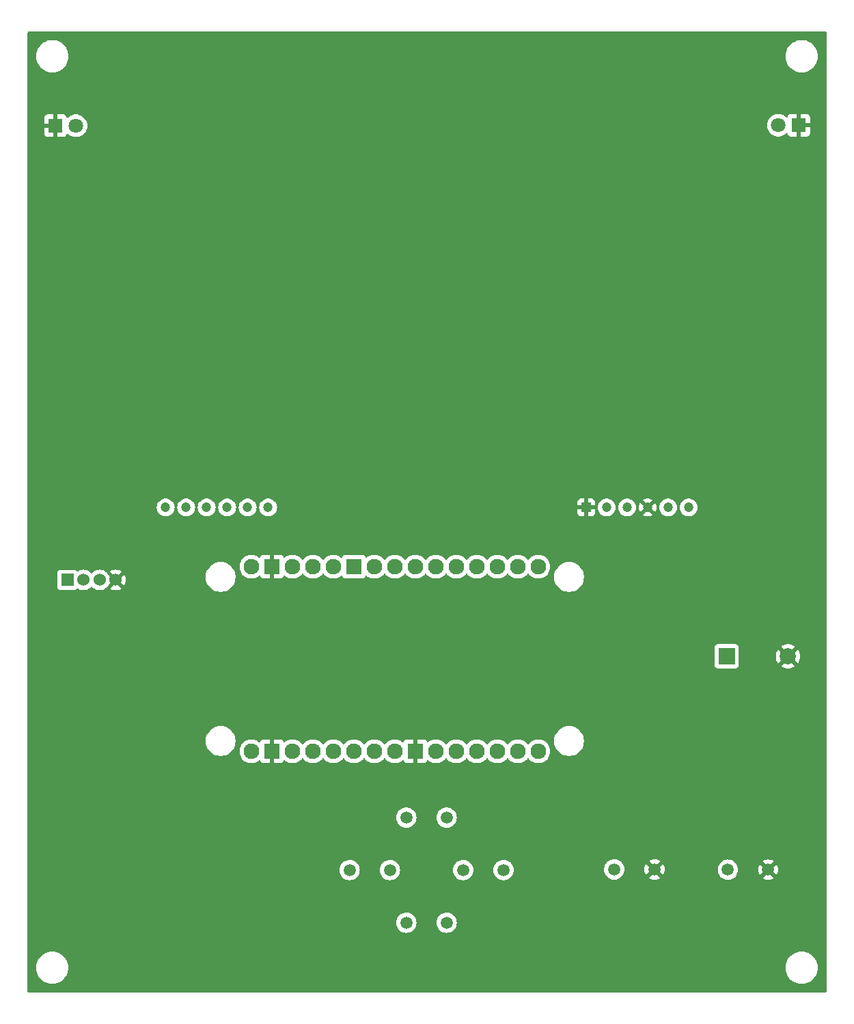
<source format=gbl>
%TF.GenerationSoftware,KiCad,Pcbnew,8.0.1*%
%TF.CreationDate,2024-04-24T10:41:03+02:00*%
%TF.ProjectId,PCB,5043422e-6b69-4636-9164-5f7063625858,v0.1*%
%TF.SameCoordinates,Original*%
%TF.FileFunction,Copper,L2,Bot*%
%TF.FilePolarity,Positive*%
%FSLAX46Y46*%
G04 Gerber Fmt 4.6, Leading zero omitted, Abs format (unit mm)*
G04 Created by KiCad (PCBNEW 8.0.1) date 2024-04-24 10:41:03*
%MOMM*%
%LPD*%
G01*
G04 APERTURE LIST*
%TA.AperFunction,ComponentPad*%
%ADD10C,1.508000*%
%TD*%
%TA.AperFunction,ComponentPad*%
%ADD11C,1.930000*%
%TD*%
%TA.AperFunction,ComponentPad*%
%ADD12R,1.930000X1.930000*%
%TD*%
%TA.AperFunction,ComponentPad*%
%ADD13R,2.000000X2.000000*%
%TD*%
%TA.AperFunction,ComponentPad*%
%ADD14C,2.000000*%
%TD*%
%TA.AperFunction,ComponentPad*%
%ADD15C,1.200000*%
%TD*%
%TA.AperFunction,ComponentPad*%
%ADD16R,1.200000X1.200000*%
%TD*%
%TA.AperFunction,ComponentPad*%
%ADD17R,1.800000X1.800000*%
%TD*%
%TA.AperFunction,ComponentPad*%
%ADD18C,1.800000*%
%TD*%
%TA.AperFunction,ComponentPad*%
%ADD19R,1.524000X1.524000*%
%TD*%
%TA.AperFunction,ComponentPad*%
%ADD20C,1.524000*%
%TD*%
G04 APERTURE END LIST*
D10*
%TO.P,SW1,1,1*%
%TO.N,Net-(U1-RX(DPIO3))*%
X160725000Y-130375000D03*
%TO.P,SW1,2,2*%
%TO.N,GND*%
X165725000Y-130375000D03*
%TD*%
D11*
%TO.P,U1,1,A0(ADC0)*%
%TO.N,/Analog buttons*%
X151320000Y-92875000D03*
%TO.P,U1,2,RSV*%
%TO.N,unconnected-(U1-RSV-Pad2)*%
X148780000Y-92875000D03*
%TO.P,U1,3,RSV*%
%TO.N,unconnected-(U1-RSV-Pad3)*%
X146240000Y-92875000D03*
%TO.P,U1,4,SD3(GPIO10)*%
%TO.N,Net-(EM4100-TX)*%
X143700000Y-92875000D03*
%TO.P,U1,5,SD2(GPIO9)*%
%TO.N,Net-(EM4100-RX)*%
X141160000Y-92875000D03*
%TO.P,U1,6,SD1(MOSI)*%
%TO.N,unconnected-(U1-SD1(MOSI)-Pad6)*%
X138620000Y-92875000D03*
%TO.P,U1,7,CMD(CS)*%
%TO.N,unconnected-(U1-CMD(CS)-Pad7)*%
X136080000Y-92875000D03*
%TO.P,U1,8,SDO(MISO)*%
%TO.N,unconnected-(U1-SDO(MISO)-Pad8)*%
X133540000Y-92875000D03*
%TO.P,U1,9,CLK(SCLK)*%
%TO.N,unconnected-(U1-CLK(SCLK)-Pad9)*%
X131000000Y-92875000D03*
D12*
%TO.P,U1,10,GND*%
%TO.N,unconnected-(U1-GND-Pad10)*%
X128460000Y-92875000D03*
D11*
%TO.P,U1,11,3.3V*%
%TO.N,unconnected-(U1-3.3V-Pad11)*%
X125920000Y-92875000D03*
%TO.P,U1,12,EN*%
%TO.N,unconnected-(U1-EN-Pad12)*%
X123380000Y-92875000D03*
%TO.P,U1,13,RST*%
%TO.N,unconnected-(U1-RST-Pad13)*%
X120840000Y-92875000D03*
D12*
%TO.P,U1,14,GND*%
%TO.N,GND*%
X118300000Y-92875000D03*
D11*
%TO.P,U1,15,VIN*%
%TO.N,VCC*%
X115760000Y-92875000D03*
%TO.P,U1,16,3.3V*%
%TO.N,Net-(NHD-C12864A1Z-FSW-FBW-HTT1-LED+)*%
X115760000Y-115735000D03*
D12*
%TO.P,U1,17,GND*%
%TO.N,GND*%
X118300000Y-115735000D03*
D11*
%TO.P,U1,18,TX(GPIO1)*%
%TO.N,Net-(U1-TX(GPIO1))*%
X120840000Y-115735000D03*
%TO.P,U1,19,RX(DPIO3)*%
%TO.N,Net-(U1-RX(DPIO3))*%
X123380000Y-115735000D03*
%TO.P,U1,20,D8(GPIO15)*%
%TO.N,Net-(NHD-C12864A1Z-FSW-FBW-HTT1-~{CS})*%
X125920000Y-115735000D03*
%TO.P,U1,21,D7(GPIO13)*%
%TO.N,Net-(NHD-C12864A1Z-FSW-FBW-HTT1-SI)*%
X128460000Y-115735000D03*
%TO.P,U1,22,D6(GPIO12)*%
%TO.N,Net-(BZ1-+)*%
X131000000Y-115735000D03*
%TO.P,U1,23,D5(GPIO14)*%
%TO.N,Net-(NHD-C12864A1Z-FSW-FBW-HTT1-SCL)*%
X133540000Y-115735000D03*
D12*
%TO.P,U1,24,GND*%
%TO.N,GND*%
X136080000Y-115735000D03*
D11*
%TO.P,U1,25,3.3V*%
%TO.N,Net-(NHD-C12864A1Z-FSW-FBW-HTT1-VDD)*%
X138620000Y-115735000D03*
%TO.P,U1,26,D4(GPIO2)*%
%TO.N,Net-(D2-A)*%
X141160000Y-115735000D03*
%TO.P,U1,27,D3(GPIO0)*%
%TO.N,Net-(D1-A)*%
X143700000Y-115735000D03*
%TO.P,U1,28,D2(GPIO4)*%
%TO.N,Net-(NHD-C12864A1Z-FSW-FBW-HTT1-~{RESET})*%
X146240000Y-115735000D03*
%TO.P,U1,29,D1(GPIO5)*%
%TO.N,Net-(NHD-C12864A1Z-FSW-FBW-HTT1-A0)*%
X148780000Y-115735000D03*
%TO.P,U1,30,D0(GPIO16)*%
%TO.N,unconnected-(U1-D0(GPIO16)-Pad30)*%
X151320000Y-115735000D03*
%TD*%
D10*
%TO.P,SW5,1,1*%
%TO.N,Net-(NHD-C12864A1Z-FSW-FBW-HTT1-VDD)*%
X134950000Y-136975000D03*
%TO.P,SW5,2,2*%
%TO.N,Net-(R4-Pad2)*%
X139950000Y-136975000D03*
%TD*%
%TO.P,SW2,1,1*%
%TO.N,Net-(U1-TX(GPIO1))*%
X174810500Y-130400000D03*
%TO.P,SW2,2,2*%
%TO.N,GND*%
X179810500Y-130400000D03*
%TD*%
%TO.P,SW6,1,1*%
%TO.N,Net-(NHD-C12864A1Z-FSW-FBW-HTT1-VDD)*%
X127925000Y-130450000D03*
%TO.P,SW6,2,2*%
%TO.N,Net-(R5-Pad2)*%
X132925000Y-130450000D03*
%TD*%
%TO.P,SW3,1,1*%
%TO.N,Net-(NHD-C12864A1Z-FSW-FBW-HTT1-VDD)*%
X134950000Y-123950000D03*
%TO.P,SW3,2,2*%
%TO.N,Net-(R2-Pad2)*%
X139950000Y-123950000D03*
%TD*%
D13*
%TO.P,BZ1,1,+*%
%TO.N,Net-(BZ1-+)*%
X174650000Y-103975000D03*
D14*
%TO.P,BZ1,2,-*%
%TO.N,GND*%
X182250000Y-103975000D03*
%TD*%
D15*
%TO.P,NHD,1,SCL*%
%TO.N,Net-(NHD-C12864A1Z-FSW-FBW-HTT1-SCL)*%
X105135000Y-85540000D03*
%TO.P,NHD,2,SI*%
%TO.N,Net-(NHD-C12864A1Z-FSW-FBW-HTT1-SI)*%
X107675000Y-85540000D03*
%TO.P,NHD,3,VDD*%
%TO.N,Net-(NHD-C12864A1Z-FSW-FBW-HTT1-VDD)*%
X110215000Y-85540000D03*
%TO.P,NHD,4,A0*%
%TO.N,Net-(NHD-C12864A1Z-FSW-FBW-HTT1-A0)*%
X112755000Y-85540000D03*
%TO.P,NHD,5,~{RESET}*%
%TO.N,Net-(NHD-C12864A1Z-FSW-FBW-HTT1-~{RESET})*%
X115295000Y-85540000D03*
%TO.P,NHD,6,~{CS}*%
%TO.N,Net-(NHD-C12864A1Z-FSW-FBW-HTT1-~{CS})*%
X117835000Y-85540000D03*
D16*
%TO.P,NHD,7,VSS*%
%TO.N,GND*%
X157235000Y-85540000D03*
D15*
%TO.P,NHD,8,H*%
%TO.N,unconnected-(NHD-C12864A1Z-FSW-FBW-HTT1-H-Pad8)*%
X159775000Y-85540000D03*
%TO.P,NHD,9,H*%
%TO.N,unconnected-(NHD-C12864A1Z-FSW-FBW-HTT1-H-Pad9)*%
X162315000Y-85540000D03*
%TO.P,NHD,10,LED-*%
%TO.N,GND*%
X164855000Y-85540000D03*
%TO.P,NHD,11,LED+*%
%TO.N,Net-(NHD-C12864A1Z-FSW-FBW-HTT1-LED+)*%
X167395000Y-85540000D03*
%TO.P,NHD,12,NC*%
%TO.N,unconnected-(NHD-C12864A1Z-FSW-FBW-HTT1-NC-Pad12)*%
X169935000Y-85540000D03*
%TD*%
D17*
%TO.P,D1,1,K*%
%TO.N,GND*%
X91475000Y-38250000D03*
D18*
%TO.P,D1,2,A*%
%TO.N,Net-(D1-A)*%
X94015000Y-38250000D03*
%TD*%
D19*
%TO.P,EM4100,1,TX*%
%TO.N,Net-(EM4100-TX)*%
X92950000Y-94525000D03*
D20*
%TO.P,EM4100,2,RX*%
%TO.N,Net-(EM4100-RX)*%
X94950000Y-94525000D03*
%TO.P,EM4100,3,VCC*%
%TO.N,VCC*%
X96950000Y-94525000D03*
%TO.P,EM4100,4,GND*%
%TO.N,GND*%
X98950000Y-94525000D03*
%TD*%
D10*
%TO.P,SW4,1,1*%
%TO.N,Net-(NHD-C12864A1Z-FSW-FBW-HTT1-VDD)*%
X142000000Y-130450000D03*
%TO.P,SW4,2,2*%
%TO.N,Net-(R3-Pad2)*%
X147000000Y-130450000D03*
%TD*%
D17*
%TO.P,D2,1,K*%
%TO.N,GND*%
X183600000Y-38200000D03*
D18*
%TO.P,D2,2,A*%
%TO.N,Net-(D2-A)*%
X181060000Y-38200000D03*
%TD*%
%TA.AperFunction,Conductor*%
%TO.N,GND*%
G36*
X186967539Y-26620185D02*
G01*
X187013294Y-26672989D01*
X187024500Y-26724500D01*
X187024500Y-145475500D01*
X187004815Y-145542539D01*
X186952011Y-145588294D01*
X186900500Y-145599500D01*
X88149500Y-145599500D01*
X88082461Y-145579815D01*
X88036706Y-145527011D01*
X88025500Y-145475500D01*
X88025500Y-142550001D01*
X89069390Y-142550001D01*
X89089804Y-142835433D01*
X89150628Y-143115037D01*
X89250635Y-143383166D01*
X89387770Y-143634309D01*
X89387775Y-143634317D01*
X89559254Y-143863387D01*
X89559270Y-143863405D01*
X89761594Y-144065729D01*
X89761612Y-144065745D01*
X89990682Y-144237224D01*
X89990690Y-144237229D01*
X90241833Y-144374364D01*
X90241832Y-144374364D01*
X90241836Y-144374365D01*
X90241839Y-144374367D01*
X90509954Y-144474369D01*
X90509960Y-144474370D01*
X90509962Y-144474371D01*
X90789566Y-144535195D01*
X90789568Y-144535195D01*
X90789572Y-144535196D01*
X91043220Y-144553337D01*
X91074999Y-144555610D01*
X91075000Y-144555610D01*
X91075001Y-144555610D01*
X91103595Y-144553564D01*
X91360428Y-144535196D01*
X91640046Y-144474369D01*
X91908161Y-144374367D01*
X92159315Y-144237226D01*
X92388395Y-144065739D01*
X92590739Y-143863395D01*
X92762226Y-143634315D01*
X92899367Y-143383161D01*
X92999369Y-143115046D01*
X93060196Y-142835428D01*
X93080610Y-142550001D01*
X181944390Y-142550001D01*
X181964804Y-142835433D01*
X182025628Y-143115037D01*
X182125635Y-143383166D01*
X182262770Y-143634309D01*
X182262775Y-143634317D01*
X182434254Y-143863387D01*
X182434270Y-143863405D01*
X182636594Y-144065729D01*
X182636612Y-144065745D01*
X182865682Y-144237224D01*
X182865690Y-144237229D01*
X183116833Y-144374364D01*
X183116832Y-144374364D01*
X183116836Y-144374365D01*
X183116839Y-144374367D01*
X183384954Y-144474369D01*
X183384960Y-144474370D01*
X183384962Y-144474371D01*
X183664566Y-144535195D01*
X183664568Y-144535195D01*
X183664572Y-144535196D01*
X183918220Y-144553337D01*
X183949999Y-144555610D01*
X183950000Y-144555610D01*
X183950001Y-144555610D01*
X183978595Y-144553564D01*
X184235428Y-144535196D01*
X184515046Y-144474369D01*
X184783161Y-144374367D01*
X185034315Y-144237226D01*
X185263395Y-144065739D01*
X185465739Y-143863395D01*
X185637226Y-143634315D01*
X185774367Y-143383161D01*
X185874369Y-143115046D01*
X185935196Y-142835428D01*
X185955610Y-142550000D01*
X185935196Y-142264572D01*
X185874369Y-141984954D01*
X185774367Y-141716839D01*
X185694025Y-141569705D01*
X185637229Y-141465690D01*
X185637224Y-141465682D01*
X185465745Y-141236612D01*
X185465729Y-141236594D01*
X185263405Y-141034270D01*
X185263387Y-141034254D01*
X185034317Y-140862775D01*
X185034309Y-140862770D01*
X184783166Y-140725635D01*
X184783167Y-140725635D01*
X184675915Y-140685632D01*
X184515046Y-140625631D01*
X184515043Y-140625630D01*
X184515037Y-140625628D01*
X184235433Y-140564804D01*
X183950001Y-140544390D01*
X183949999Y-140544390D01*
X183664566Y-140564804D01*
X183384962Y-140625628D01*
X183116833Y-140725635D01*
X182865690Y-140862770D01*
X182865682Y-140862775D01*
X182636612Y-141034254D01*
X182636594Y-141034270D01*
X182434270Y-141236594D01*
X182434254Y-141236612D01*
X182262775Y-141465682D01*
X182262770Y-141465690D01*
X182125635Y-141716833D01*
X182025628Y-141984962D01*
X181964804Y-142264566D01*
X181944390Y-142549998D01*
X181944390Y-142550001D01*
X93080610Y-142550001D01*
X93080610Y-142550000D01*
X93060196Y-142264572D01*
X92999369Y-141984954D01*
X92899367Y-141716839D01*
X92819025Y-141569705D01*
X92762229Y-141465690D01*
X92762224Y-141465682D01*
X92590745Y-141236612D01*
X92590729Y-141236594D01*
X92388405Y-141034270D01*
X92388387Y-141034254D01*
X92159317Y-140862775D01*
X92159309Y-140862770D01*
X91908166Y-140725635D01*
X91908167Y-140725635D01*
X91800915Y-140685632D01*
X91640046Y-140625631D01*
X91640043Y-140625630D01*
X91640037Y-140625628D01*
X91360433Y-140564804D01*
X91075001Y-140544390D01*
X91074999Y-140544390D01*
X90789566Y-140564804D01*
X90509962Y-140625628D01*
X90241833Y-140725635D01*
X89990690Y-140862770D01*
X89990682Y-140862775D01*
X89761612Y-141034254D01*
X89761594Y-141034270D01*
X89559270Y-141236594D01*
X89559254Y-141236612D01*
X89387775Y-141465682D01*
X89387770Y-141465690D01*
X89250635Y-141716833D01*
X89150628Y-141984962D01*
X89089804Y-142264566D01*
X89069390Y-142549998D01*
X89069390Y-142550001D01*
X88025500Y-142550001D01*
X88025500Y-136975000D01*
X133690708Y-136975000D01*
X133709839Y-137193674D01*
X133766653Y-137405703D01*
X133766654Y-137405706D01*
X133766655Y-137405708D01*
X133859419Y-137604642D01*
X133859423Y-137604650D01*
X133985322Y-137784452D01*
X133985327Y-137784458D01*
X134140541Y-137939672D01*
X134140547Y-137939677D01*
X134320349Y-138065576D01*
X134320351Y-138065577D01*
X134320354Y-138065579D01*
X134519297Y-138158347D01*
X134731326Y-138215161D01*
X134887521Y-138228826D01*
X134949998Y-138234292D01*
X134950000Y-138234292D01*
X134950002Y-138234292D01*
X135004668Y-138229509D01*
X135168674Y-138215161D01*
X135380703Y-138158347D01*
X135579646Y-138065579D01*
X135759457Y-137939674D01*
X135914674Y-137784457D01*
X136040579Y-137604646D01*
X136133347Y-137405703D01*
X136190161Y-137193674D01*
X136209292Y-136975000D01*
X138690708Y-136975000D01*
X138709839Y-137193674D01*
X138766653Y-137405703D01*
X138766654Y-137405706D01*
X138766655Y-137405708D01*
X138859419Y-137604642D01*
X138859423Y-137604650D01*
X138985322Y-137784452D01*
X138985327Y-137784458D01*
X139140541Y-137939672D01*
X139140547Y-137939677D01*
X139320349Y-138065576D01*
X139320351Y-138065577D01*
X139320354Y-138065579D01*
X139519297Y-138158347D01*
X139731326Y-138215161D01*
X139887521Y-138228826D01*
X139949998Y-138234292D01*
X139950000Y-138234292D01*
X139950002Y-138234292D01*
X140004668Y-138229509D01*
X140168674Y-138215161D01*
X140380703Y-138158347D01*
X140579646Y-138065579D01*
X140759457Y-137939674D01*
X140914674Y-137784457D01*
X141040579Y-137604646D01*
X141133347Y-137405703D01*
X141190161Y-137193674D01*
X141209292Y-136975000D01*
X141190161Y-136756326D01*
X141133347Y-136544297D01*
X141040579Y-136345354D01*
X141040577Y-136345351D01*
X141040576Y-136345349D01*
X140914677Y-136165547D01*
X140914672Y-136165541D01*
X140759458Y-136010327D01*
X140759452Y-136010322D01*
X140579650Y-135884423D01*
X140579642Y-135884419D01*
X140380708Y-135791655D01*
X140380706Y-135791654D01*
X140380703Y-135791653D01*
X140229885Y-135751240D01*
X140168675Y-135734839D01*
X140168668Y-135734838D01*
X139950002Y-135715708D01*
X139949998Y-135715708D01*
X139731331Y-135734838D01*
X139731324Y-135734839D01*
X139608902Y-135767642D01*
X139519297Y-135791653D01*
X139519295Y-135791653D01*
X139519291Y-135791655D01*
X139320357Y-135884419D01*
X139320349Y-135884423D01*
X139140547Y-136010322D01*
X139140541Y-136010327D01*
X138985327Y-136165541D01*
X138985322Y-136165547D01*
X138859423Y-136345349D01*
X138859419Y-136345357D01*
X138766655Y-136544291D01*
X138709839Y-136756324D01*
X138709838Y-136756331D01*
X138690708Y-136974997D01*
X138690708Y-136975000D01*
X136209292Y-136975000D01*
X136190161Y-136756326D01*
X136133347Y-136544297D01*
X136040579Y-136345354D01*
X136040577Y-136345351D01*
X136040576Y-136345349D01*
X135914677Y-136165547D01*
X135914672Y-136165541D01*
X135759458Y-136010327D01*
X135759452Y-136010322D01*
X135579650Y-135884423D01*
X135579642Y-135884419D01*
X135380708Y-135791655D01*
X135380706Y-135791654D01*
X135380703Y-135791653D01*
X135229885Y-135751240D01*
X135168675Y-135734839D01*
X135168668Y-135734838D01*
X134950002Y-135715708D01*
X134949998Y-135715708D01*
X134731331Y-135734838D01*
X134731324Y-135734839D01*
X134608902Y-135767642D01*
X134519297Y-135791653D01*
X134519295Y-135791653D01*
X134519291Y-135791655D01*
X134320357Y-135884419D01*
X134320349Y-135884423D01*
X134140547Y-136010322D01*
X134140541Y-136010327D01*
X133985327Y-136165541D01*
X133985322Y-136165547D01*
X133859423Y-136345349D01*
X133859419Y-136345357D01*
X133766655Y-136544291D01*
X133709839Y-136756324D01*
X133709838Y-136756331D01*
X133690708Y-136974997D01*
X133690708Y-136975000D01*
X88025500Y-136975000D01*
X88025500Y-130450002D01*
X126665708Y-130450002D01*
X126684838Y-130668668D01*
X126684839Y-130668675D01*
X126695110Y-130707007D01*
X126741653Y-130880703D01*
X126741654Y-130880706D01*
X126741655Y-130880708D01*
X126834419Y-131079642D01*
X126834423Y-131079650D01*
X126960322Y-131259452D01*
X126960327Y-131259458D01*
X127115541Y-131414672D01*
X127115547Y-131414677D01*
X127295349Y-131540576D01*
X127295351Y-131540577D01*
X127295354Y-131540579D01*
X127494297Y-131633347D01*
X127706326Y-131690161D01*
X127862521Y-131703826D01*
X127924998Y-131709292D01*
X127925000Y-131709292D01*
X127925002Y-131709292D01*
X127979668Y-131704509D01*
X128143674Y-131690161D01*
X128355703Y-131633347D01*
X128554646Y-131540579D01*
X128734457Y-131414674D01*
X128889674Y-131259457D01*
X129015579Y-131079646D01*
X129108347Y-130880703D01*
X129165161Y-130668674D01*
X129179509Y-130504668D01*
X129184292Y-130450002D01*
X131665708Y-130450002D01*
X131684838Y-130668668D01*
X131684839Y-130668675D01*
X131695110Y-130707007D01*
X131741653Y-130880703D01*
X131741654Y-130880706D01*
X131741655Y-130880708D01*
X131834419Y-131079642D01*
X131834423Y-131079650D01*
X131960322Y-131259452D01*
X131960327Y-131259458D01*
X132115541Y-131414672D01*
X132115547Y-131414677D01*
X132295349Y-131540576D01*
X132295351Y-131540577D01*
X132295354Y-131540579D01*
X132494297Y-131633347D01*
X132706326Y-131690161D01*
X132862521Y-131703826D01*
X132924998Y-131709292D01*
X132925000Y-131709292D01*
X132925002Y-131709292D01*
X132979668Y-131704509D01*
X133143674Y-131690161D01*
X133355703Y-131633347D01*
X133554646Y-131540579D01*
X133734457Y-131414674D01*
X133889674Y-131259457D01*
X134015579Y-131079646D01*
X134108347Y-130880703D01*
X134165161Y-130668674D01*
X134179509Y-130504668D01*
X134184292Y-130450002D01*
X140740708Y-130450002D01*
X140759838Y-130668668D01*
X140759839Y-130668675D01*
X140770110Y-130707007D01*
X140816653Y-130880703D01*
X140816654Y-130880706D01*
X140816655Y-130880708D01*
X140909419Y-131079642D01*
X140909423Y-131079650D01*
X141035322Y-131259452D01*
X141035327Y-131259458D01*
X141190541Y-131414672D01*
X141190547Y-131414677D01*
X141370349Y-131540576D01*
X141370351Y-131540577D01*
X141370354Y-131540579D01*
X141569297Y-131633347D01*
X141781326Y-131690161D01*
X141937521Y-131703826D01*
X141999998Y-131709292D01*
X142000000Y-131709292D01*
X142000002Y-131709292D01*
X142054668Y-131704509D01*
X142218674Y-131690161D01*
X142430703Y-131633347D01*
X142629646Y-131540579D01*
X142809457Y-131414674D01*
X142964674Y-131259457D01*
X143090579Y-131079646D01*
X143183347Y-130880703D01*
X143240161Y-130668674D01*
X143254509Y-130504668D01*
X143259292Y-130450002D01*
X145740708Y-130450002D01*
X145759838Y-130668668D01*
X145759839Y-130668675D01*
X145770110Y-130707007D01*
X145816653Y-130880703D01*
X145816654Y-130880706D01*
X145816655Y-130880708D01*
X145909419Y-131079642D01*
X145909423Y-131079650D01*
X146035322Y-131259452D01*
X146035327Y-131259458D01*
X146190541Y-131414672D01*
X146190547Y-131414677D01*
X146370349Y-131540576D01*
X146370351Y-131540577D01*
X146370354Y-131540579D01*
X146569297Y-131633347D01*
X146781326Y-131690161D01*
X146937521Y-131703826D01*
X146999998Y-131709292D01*
X147000000Y-131709292D01*
X147000002Y-131709292D01*
X147054668Y-131704509D01*
X147218674Y-131690161D01*
X147430703Y-131633347D01*
X147629646Y-131540579D01*
X147809457Y-131414674D01*
X147964674Y-131259457D01*
X148090579Y-131079646D01*
X148183347Y-130880703D01*
X148240161Y-130668674D01*
X148254509Y-130504668D01*
X148259292Y-130450002D01*
X148259292Y-130449997D01*
X148252731Y-130375002D01*
X159465708Y-130375002D01*
X159484831Y-130593592D01*
X159484839Y-130593674D01*
X159541653Y-130805703D01*
X159541654Y-130805706D01*
X159541655Y-130805708D01*
X159634419Y-131004642D01*
X159634423Y-131004650D01*
X159760322Y-131184452D01*
X159760327Y-131184458D01*
X159915541Y-131339672D01*
X159915547Y-131339677D01*
X160095349Y-131465576D01*
X160095351Y-131465577D01*
X160095354Y-131465579D01*
X160294297Y-131558347D01*
X160506326Y-131615161D01*
X160662521Y-131628826D01*
X160724998Y-131634292D01*
X160725000Y-131634292D01*
X160725002Y-131634292D01*
X160779668Y-131629509D01*
X160943674Y-131615161D01*
X161155703Y-131558347D01*
X161354646Y-131465579D01*
X161534457Y-131339674D01*
X161689674Y-131184457D01*
X161815579Y-131004646D01*
X161908347Y-130805703D01*
X161965161Y-130593674D01*
X161984292Y-130375000D01*
X164466210Y-130375000D01*
X164485333Y-130593582D01*
X164485335Y-130593592D01*
X164542121Y-130805524D01*
X164542125Y-130805533D01*
X164634854Y-131004392D01*
X164679003Y-131067443D01*
X165242037Y-130504409D01*
X165259075Y-130567993D01*
X165324901Y-130682007D01*
X165417993Y-130775099D01*
X165532007Y-130840925D01*
X165595590Y-130857962D01*
X165032555Y-131420996D01*
X165095601Y-131465142D01*
X165095605Y-131465144D01*
X165294466Y-131557874D01*
X165294475Y-131557878D01*
X165506407Y-131614664D01*
X165506417Y-131614666D01*
X165724999Y-131633790D01*
X165725001Y-131633790D01*
X165943582Y-131614666D01*
X165943592Y-131614664D01*
X166155524Y-131557878D01*
X166155533Y-131557874D01*
X166354392Y-131465145D01*
X166417443Y-131420995D01*
X165854410Y-130857962D01*
X165917993Y-130840925D01*
X166032007Y-130775099D01*
X166125099Y-130682007D01*
X166190925Y-130567993D01*
X166207962Y-130504409D01*
X166770995Y-131067442D01*
X166815145Y-131004392D01*
X166907874Y-130805533D01*
X166907878Y-130805524D01*
X166964664Y-130593592D01*
X166964666Y-130593582D01*
X166981603Y-130400002D01*
X173551208Y-130400002D01*
X173570331Y-130618592D01*
X173570339Y-130618674D01*
X173627153Y-130830703D01*
X173627154Y-130830706D01*
X173627155Y-130830708D01*
X173719919Y-131029642D01*
X173719923Y-131029650D01*
X173845822Y-131209452D01*
X173845827Y-131209458D01*
X174001041Y-131364672D01*
X174001047Y-131364677D01*
X174180849Y-131490576D01*
X174180851Y-131490577D01*
X174180854Y-131490579D01*
X174379797Y-131583347D01*
X174591826Y-131640161D01*
X174748021Y-131653826D01*
X174810498Y-131659292D01*
X174810500Y-131659292D01*
X174810502Y-131659292D01*
X174865168Y-131654509D01*
X175029174Y-131640161D01*
X175241203Y-131583347D01*
X175440146Y-131490579D01*
X175619957Y-131364674D01*
X175775174Y-131209457D01*
X175901079Y-131029646D01*
X175993847Y-130830703D01*
X176050661Y-130618674D01*
X176069792Y-130400000D01*
X178551710Y-130400000D01*
X178570833Y-130618582D01*
X178570835Y-130618592D01*
X178627621Y-130830524D01*
X178627625Y-130830533D01*
X178720354Y-131029392D01*
X178764503Y-131092443D01*
X179327537Y-130529409D01*
X179344575Y-130592993D01*
X179410401Y-130707007D01*
X179503493Y-130800099D01*
X179617507Y-130865925D01*
X179681090Y-130882962D01*
X179118055Y-131445996D01*
X179181101Y-131490142D01*
X179181105Y-131490144D01*
X179379966Y-131582874D01*
X179379975Y-131582878D01*
X179591907Y-131639664D01*
X179591917Y-131639666D01*
X179810499Y-131658790D01*
X179810501Y-131658790D01*
X180029082Y-131639666D01*
X180029092Y-131639664D01*
X180241024Y-131582878D01*
X180241033Y-131582874D01*
X180439892Y-131490145D01*
X180502943Y-131445995D01*
X179939910Y-130882962D01*
X180003493Y-130865925D01*
X180117507Y-130800099D01*
X180210599Y-130707007D01*
X180276425Y-130592993D01*
X180293462Y-130529409D01*
X180856495Y-131092442D01*
X180900645Y-131029392D01*
X180993374Y-130830533D01*
X180993378Y-130830524D01*
X181050164Y-130618592D01*
X181050166Y-130618582D01*
X181069290Y-130400000D01*
X181069290Y-130399999D01*
X181050166Y-130181417D01*
X181050164Y-130181407D01*
X180993378Y-129969475D01*
X180993374Y-129969466D01*
X180900644Y-129770605D01*
X180900642Y-129770601D01*
X180856496Y-129707555D01*
X180293462Y-130270589D01*
X180276425Y-130207007D01*
X180210599Y-130092993D01*
X180117507Y-129999901D01*
X180003493Y-129934075D01*
X179939909Y-129917037D01*
X180502943Y-129354003D01*
X180439892Y-129309854D01*
X180241033Y-129217125D01*
X180241024Y-129217121D01*
X180029092Y-129160335D01*
X180029082Y-129160333D01*
X179810501Y-129141210D01*
X179810499Y-129141210D01*
X179591917Y-129160333D01*
X179591907Y-129160335D01*
X179379975Y-129217121D01*
X179379966Y-129217124D01*
X179181106Y-129309855D01*
X179181104Y-129309856D01*
X179118056Y-129354003D01*
X179118055Y-129354003D01*
X179681090Y-129917037D01*
X179617507Y-129934075D01*
X179503493Y-129999901D01*
X179410401Y-130092993D01*
X179344575Y-130207007D01*
X179327537Y-130270589D01*
X178764503Y-129707555D01*
X178764503Y-129707556D01*
X178720356Y-129770604D01*
X178720355Y-129770606D01*
X178627624Y-129969466D01*
X178627621Y-129969475D01*
X178570835Y-130181407D01*
X178570833Y-130181417D01*
X178551710Y-130399999D01*
X178551710Y-130400000D01*
X176069792Y-130400000D01*
X176050661Y-130181326D01*
X175993847Y-129969297D01*
X175901079Y-129770354D01*
X175901077Y-129770351D01*
X175901076Y-129770349D01*
X175775177Y-129590547D01*
X175775172Y-129590541D01*
X175619958Y-129435327D01*
X175619952Y-129435322D01*
X175440150Y-129309423D01*
X175440142Y-129309419D01*
X175241208Y-129216655D01*
X175241206Y-129216654D01*
X175241203Y-129216653D01*
X175090385Y-129176240D01*
X175029175Y-129159839D01*
X175029168Y-129159838D01*
X174810502Y-129140708D01*
X174810498Y-129140708D01*
X174591831Y-129159838D01*
X174591824Y-129159839D01*
X174476623Y-129190708D01*
X174379797Y-129216653D01*
X174379795Y-129216653D01*
X174379791Y-129216655D01*
X174180857Y-129309419D01*
X174180849Y-129309423D01*
X174001047Y-129435322D01*
X174001041Y-129435327D01*
X173845827Y-129590541D01*
X173845822Y-129590547D01*
X173719923Y-129770349D01*
X173719919Y-129770357D01*
X173627155Y-129969291D01*
X173627153Y-129969295D01*
X173627153Y-129969297D01*
X173618953Y-129999901D01*
X173570339Y-130181324D01*
X173570338Y-130181331D01*
X173551208Y-130399997D01*
X173551208Y-130400002D01*
X166981603Y-130400002D01*
X166983790Y-130375000D01*
X166983790Y-130374999D01*
X166964666Y-130156417D01*
X166964664Y-130156407D01*
X166907878Y-129944475D01*
X166907874Y-129944466D01*
X166815144Y-129745605D01*
X166815142Y-129745601D01*
X166770996Y-129682555D01*
X166207962Y-130245589D01*
X166190925Y-130182007D01*
X166125099Y-130067993D01*
X166032007Y-129974901D01*
X165917993Y-129909075D01*
X165854409Y-129892037D01*
X166417443Y-129329003D01*
X166354392Y-129284854D01*
X166155533Y-129192125D01*
X166155524Y-129192121D01*
X165943592Y-129135335D01*
X165943582Y-129135333D01*
X165725001Y-129116210D01*
X165724999Y-129116210D01*
X165506417Y-129135333D01*
X165506407Y-129135335D01*
X165294475Y-129192121D01*
X165294466Y-129192124D01*
X165095606Y-129284855D01*
X165095604Y-129284856D01*
X165032556Y-129329003D01*
X165032555Y-129329003D01*
X165595590Y-129892037D01*
X165532007Y-129909075D01*
X165417993Y-129974901D01*
X165324901Y-130067993D01*
X165259075Y-130182007D01*
X165242037Y-130245589D01*
X164679003Y-129682555D01*
X164679003Y-129682556D01*
X164634856Y-129745604D01*
X164634855Y-129745606D01*
X164542124Y-129944466D01*
X164542121Y-129944475D01*
X164485335Y-130156407D01*
X164485333Y-130156417D01*
X164466210Y-130374999D01*
X164466210Y-130375000D01*
X161984292Y-130375000D01*
X161965161Y-130156326D01*
X161908347Y-129944297D01*
X161815579Y-129745354D01*
X161815577Y-129745351D01*
X161815576Y-129745349D01*
X161689677Y-129565547D01*
X161689672Y-129565541D01*
X161534458Y-129410327D01*
X161534452Y-129410322D01*
X161354650Y-129284423D01*
X161354642Y-129284419D01*
X161155708Y-129191655D01*
X161155706Y-129191654D01*
X161155703Y-129191653D01*
X161004885Y-129151240D01*
X160943675Y-129134839D01*
X160943668Y-129134838D01*
X160725002Y-129115708D01*
X160724998Y-129115708D01*
X160506331Y-129134838D01*
X160506324Y-129134839D01*
X160411175Y-129160335D01*
X160294297Y-129191653D01*
X160294295Y-129191653D01*
X160294291Y-129191655D01*
X160095357Y-129284419D01*
X160095349Y-129284423D01*
X159915547Y-129410322D01*
X159915541Y-129410327D01*
X159760327Y-129565541D01*
X159760322Y-129565547D01*
X159634423Y-129745349D01*
X159634419Y-129745357D01*
X159541655Y-129944291D01*
X159541653Y-129944295D01*
X159541653Y-129944297D01*
X159520980Y-130021447D01*
X159484839Y-130156324D01*
X159484838Y-130156331D01*
X159465708Y-130374997D01*
X159465708Y-130375002D01*
X148252731Y-130375002D01*
X148249159Y-130334174D01*
X148240161Y-130231326D01*
X148183347Y-130019297D01*
X148090579Y-129820354D01*
X148090577Y-129820351D01*
X148090576Y-129820349D01*
X147964677Y-129640547D01*
X147964672Y-129640541D01*
X147809458Y-129485327D01*
X147809452Y-129485322D01*
X147629650Y-129359423D01*
X147629642Y-129359419D01*
X147430708Y-129266655D01*
X147430706Y-129266654D01*
X147430703Y-129266653D01*
X147279885Y-129226240D01*
X147218675Y-129209839D01*
X147218668Y-129209838D01*
X147000002Y-129190708D01*
X146999998Y-129190708D01*
X146781331Y-129209838D01*
X146781324Y-129209839D01*
X146658902Y-129242642D01*
X146569297Y-129266653D01*
X146569295Y-129266653D01*
X146569291Y-129266655D01*
X146370357Y-129359419D01*
X146370349Y-129359423D01*
X146190547Y-129485322D01*
X146190541Y-129485327D01*
X146035327Y-129640541D01*
X146035322Y-129640547D01*
X145909423Y-129820349D01*
X145909419Y-129820357D01*
X145816655Y-130019291D01*
X145759839Y-130231324D01*
X145759838Y-130231331D01*
X145740708Y-130449997D01*
X145740708Y-130450002D01*
X143259292Y-130450002D01*
X143259292Y-130449997D01*
X143249159Y-130334174D01*
X143240161Y-130231326D01*
X143183347Y-130019297D01*
X143090579Y-129820354D01*
X143090577Y-129820351D01*
X143090576Y-129820349D01*
X142964677Y-129640547D01*
X142964672Y-129640541D01*
X142809458Y-129485327D01*
X142809452Y-129485322D01*
X142629650Y-129359423D01*
X142629642Y-129359419D01*
X142430708Y-129266655D01*
X142430706Y-129266654D01*
X142430703Y-129266653D01*
X142279885Y-129226240D01*
X142218675Y-129209839D01*
X142218668Y-129209838D01*
X142000002Y-129190708D01*
X141999998Y-129190708D01*
X141781331Y-129209838D01*
X141781324Y-129209839D01*
X141658902Y-129242642D01*
X141569297Y-129266653D01*
X141569295Y-129266653D01*
X141569291Y-129266655D01*
X141370357Y-129359419D01*
X141370349Y-129359423D01*
X141190547Y-129485322D01*
X141190541Y-129485327D01*
X141035327Y-129640541D01*
X141035322Y-129640547D01*
X140909423Y-129820349D01*
X140909419Y-129820357D01*
X140816655Y-130019291D01*
X140759839Y-130231324D01*
X140759838Y-130231331D01*
X140740708Y-130449997D01*
X140740708Y-130450002D01*
X134184292Y-130450002D01*
X134184292Y-130449997D01*
X134174159Y-130334174D01*
X134165161Y-130231326D01*
X134108347Y-130019297D01*
X134015579Y-129820354D01*
X134015577Y-129820351D01*
X134015576Y-129820349D01*
X133889677Y-129640547D01*
X133889672Y-129640541D01*
X133734458Y-129485327D01*
X133734452Y-129485322D01*
X133554650Y-129359423D01*
X133554642Y-129359419D01*
X133355708Y-129266655D01*
X133355706Y-129266654D01*
X133355703Y-129266653D01*
X133204885Y-129226240D01*
X133143675Y-129209839D01*
X133143668Y-129209838D01*
X132925002Y-129190708D01*
X132924998Y-129190708D01*
X132706331Y-129209838D01*
X132706324Y-129209839D01*
X132583902Y-129242642D01*
X132494297Y-129266653D01*
X132494295Y-129266653D01*
X132494291Y-129266655D01*
X132295357Y-129359419D01*
X132295349Y-129359423D01*
X132115547Y-129485322D01*
X132115541Y-129485327D01*
X131960327Y-129640541D01*
X131960322Y-129640547D01*
X131834423Y-129820349D01*
X131834419Y-129820357D01*
X131741655Y-130019291D01*
X131684839Y-130231324D01*
X131684838Y-130231331D01*
X131665708Y-130449997D01*
X131665708Y-130450002D01*
X129184292Y-130450002D01*
X129184292Y-130449997D01*
X129174159Y-130334174D01*
X129165161Y-130231326D01*
X129108347Y-130019297D01*
X129015579Y-129820354D01*
X129015577Y-129820351D01*
X129015576Y-129820349D01*
X128889677Y-129640547D01*
X128889672Y-129640541D01*
X128734458Y-129485327D01*
X128734452Y-129485322D01*
X128554650Y-129359423D01*
X128554642Y-129359419D01*
X128355708Y-129266655D01*
X128355706Y-129266654D01*
X128355703Y-129266653D01*
X128204885Y-129226240D01*
X128143675Y-129209839D01*
X128143668Y-129209838D01*
X127925002Y-129190708D01*
X127924998Y-129190708D01*
X127706331Y-129209838D01*
X127706324Y-129209839D01*
X127583902Y-129242642D01*
X127494297Y-129266653D01*
X127494295Y-129266653D01*
X127494291Y-129266655D01*
X127295357Y-129359419D01*
X127295349Y-129359423D01*
X127115547Y-129485322D01*
X127115541Y-129485327D01*
X126960327Y-129640541D01*
X126960322Y-129640547D01*
X126834423Y-129820349D01*
X126834419Y-129820357D01*
X126741655Y-130019291D01*
X126684839Y-130231324D01*
X126684838Y-130231331D01*
X126665708Y-130449997D01*
X126665708Y-130450002D01*
X88025500Y-130450002D01*
X88025500Y-123950000D01*
X133690708Y-123950000D01*
X133709839Y-124168674D01*
X133766653Y-124380703D01*
X133766654Y-124380706D01*
X133766655Y-124380708D01*
X133859419Y-124579642D01*
X133859423Y-124579650D01*
X133985322Y-124759452D01*
X133985327Y-124759458D01*
X134140541Y-124914672D01*
X134140547Y-124914677D01*
X134320349Y-125040576D01*
X134320351Y-125040577D01*
X134320354Y-125040579D01*
X134519297Y-125133347D01*
X134731326Y-125190161D01*
X134887521Y-125203826D01*
X134949998Y-125209292D01*
X134950000Y-125209292D01*
X134950002Y-125209292D01*
X135004668Y-125204509D01*
X135168674Y-125190161D01*
X135380703Y-125133347D01*
X135579646Y-125040579D01*
X135759457Y-124914674D01*
X135914674Y-124759457D01*
X136040579Y-124579646D01*
X136133347Y-124380703D01*
X136190161Y-124168674D01*
X136209292Y-123950000D01*
X138690708Y-123950000D01*
X138709839Y-124168674D01*
X138766653Y-124380703D01*
X138766654Y-124380706D01*
X138766655Y-124380708D01*
X138859419Y-124579642D01*
X138859423Y-124579650D01*
X138985322Y-124759452D01*
X138985327Y-124759458D01*
X139140541Y-124914672D01*
X139140547Y-124914677D01*
X139320349Y-125040576D01*
X139320351Y-125040577D01*
X139320354Y-125040579D01*
X139519297Y-125133347D01*
X139731326Y-125190161D01*
X139887521Y-125203826D01*
X139949998Y-125209292D01*
X139950000Y-125209292D01*
X139950002Y-125209292D01*
X140004668Y-125204509D01*
X140168674Y-125190161D01*
X140380703Y-125133347D01*
X140579646Y-125040579D01*
X140759457Y-124914674D01*
X140914674Y-124759457D01*
X141040579Y-124579646D01*
X141133347Y-124380703D01*
X141190161Y-124168674D01*
X141209292Y-123950000D01*
X141190161Y-123731326D01*
X141133347Y-123519297D01*
X141040579Y-123320354D01*
X141040577Y-123320351D01*
X141040576Y-123320349D01*
X140914677Y-123140547D01*
X140914672Y-123140541D01*
X140759458Y-122985327D01*
X140759452Y-122985322D01*
X140579650Y-122859423D01*
X140579642Y-122859419D01*
X140380708Y-122766655D01*
X140380706Y-122766654D01*
X140380703Y-122766653D01*
X140229885Y-122726240D01*
X140168675Y-122709839D01*
X140168668Y-122709838D01*
X139950002Y-122690708D01*
X139949998Y-122690708D01*
X139731331Y-122709838D01*
X139731324Y-122709839D01*
X139608902Y-122742642D01*
X139519297Y-122766653D01*
X139519295Y-122766653D01*
X139519291Y-122766655D01*
X139320357Y-122859419D01*
X139320349Y-122859423D01*
X139140547Y-122985322D01*
X139140541Y-122985327D01*
X138985327Y-123140541D01*
X138985322Y-123140547D01*
X138859423Y-123320349D01*
X138859419Y-123320357D01*
X138766655Y-123519291D01*
X138709839Y-123731324D01*
X138709838Y-123731331D01*
X138690708Y-123949997D01*
X138690708Y-123950000D01*
X136209292Y-123950000D01*
X136190161Y-123731326D01*
X136133347Y-123519297D01*
X136040579Y-123320354D01*
X136040577Y-123320351D01*
X136040576Y-123320349D01*
X135914677Y-123140547D01*
X135914672Y-123140541D01*
X135759458Y-122985327D01*
X135759452Y-122985322D01*
X135579650Y-122859423D01*
X135579642Y-122859419D01*
X135380708Y-122766655D01*
X135380706Y-122766654D01*
X135380703Y-122766653D01*
X135229885Y-122726240D01*
X135168675Y-122709839D01*
X135168668Y-122709838D01*
X134950002Y-122690708D01*
X134949998Y-122690708D01*
X134731331Y-122709838D01*
X134731324Y-122709839D01*
X134608902Y-122742642D01*
X134519297Y-122766653D01*
X134519295Y-122766653D01*
X134519291Y-122766655D01*
X134320357Y-122859419D01*
X134320349Y-122859423D01*
X134140547Y-122985322D01*
X134140541Y-122985327D01*
X133985327Y-123140541D01*
X133985322Y-123140547D01*
X133859423Y-123320349D01*
X133859419Y-123320357D01*
X133766655Y-123519291D01*
X133709839Y-123731324D01*
X133709838Y-123731331D01*
X133690708Y-123949997D01*
X133690708Y-123950000D01*
X88025500Y-123950000D01*
X88025500Y-114586288D01*
X110099500Y-114586288D01*
X110131161Y-114826785D01*
X110193947Y-115061104D01*
X110275306Y-115257521D01*
X110286776Y-115285212D01*
X110408064Y-115495289D01*
X110408066Y-115495292D01*
X110408067Y-115495293D01*
X110555733Y-115687736D01*
X110555739Y-115687743D01*
X110727256Y-115859260D01*
X110727263Y-115859266D01*
X110840321Y-115946018D01*
X110919711Y-116006936D01*
X111129788Y-116128224D01*
X111353900Y-116221054D01*
X111588211Y-116283838D01*
X111768586Y-116307584D01*
X111828711Y-116315500D01*
X111828712Y-116315500D01*
X112071289Y-116315500D01*
X112119388Y-116309167D01*
X112311789Y-116283838D01*
X112546100Y-116221054D01*
X112770212Y-116128224D01*
X112980289Y-116006936D01*
X113172738Y-115859265D01*
X113296998Y-115735005D01*
X114289477Y-115735005D01*
X114309532Y-115977036D01*
X114309532Y-115977039D01*
X114309533Y-115977040D01*
X114369154Y-116212478D01*
X114466714Y-116434892D01*
X114599551Y-116638214D01*
X114764042Y-116816899D01*
X114764045Y-116816901D01*
X114764048Y-116816904D01*
X114955696Y-116966070D01*
X114955700Y-116966073D01*
X114955702Y-116966074D01*
X114955705Y-116966076D01*
X115079878Y-117033274D01*
X115169298Y-117081666D01*
X115169301Y-117081667D01*
X115399004Y-117160524D01*
X115399006Y-117160524D01*
X115399008Y-117160525D01*
X115638565Y-117200500D01*
X115638566Y-117200500D01*
X115881434Y-117200500D01*
X115881435Y-117200500D01*
X116120992Y-117160525D01*
X116350702Y-117081666D01*
X116564300Y-116966073D01*
X116691623Y-116866972D01*
X116756614Y-116841331D01*
X116825154Y-116854897D01*
X116875479Y-116903365D01*
X116883965Y-116921493D01*
X116891646Y-116942088D01*
X116891649Y-116942093D01*
X116977809Y-117057187D01*
X116977812Y-117057190D01*
X117092906Y-117143350D01*
X117092913Y-117143354D01*
X117227620Y-117193596D01*
X117227627Y-117193598D01*
X117287155Y-117199999D01*
X117287172Y-117200000D01*
X118050000Y-117200000D01*
X118050000Y-116103927D01*
X118128429Y-116149208D01*
X118241480Y-116179500D01*
X118358520Y-116179500D01*
X118471571Y-116149208D01*
X118550000Y-116103927D01*
X118550000Y-117200000D01*
X119312828Y-117200000D01*
X119312844Y-117199999D01*
X119372372Y-117193598D01*
X119372379Y-117193596D01*
X119507086Y-117143354D01*
X119507093Y-117143350D01*
X119622187Y-117057190D01*
X119622190Y-117057187D01*
X119708350Y-116942093D01*
X119708354Y-116942087D01*
X119716033Y-116921497D01*
X119757903Y-116865562D01*
X119823366Y-116841143D01*
X119891640Y-116855993D01*
X119908373Y-116866970D01*
X120035700Y-116966073D01*
X120035702Y-116966074D01*
X120035705Y-116966076D01*
X120159878Y-117033274D01*
X120249298Y-117081666D01*
X120249301Y-117081667D01*
X120479004Y-117160524D01*
X120479006Y-117160524D01*
X120479008Y-117160525D01*
X120718565Y-117200500D01*
X120718566Y-117200500D01*
X120961434Y-117200500D01*
X120961435Y-117200500D01*
X121200992Y-117160525D01*
X121430702Y-117081666D01*
X121644300Y-116966073D01*
X121835958Y-116816899D01*
X122000449Y-116638214D01*
X122006190Y-116629425D01*
X122059334Y-116584069D01*
X122128565Y-116574644D01*
X122191902Y-116604144D01*
X122213807Y-116629423D01*
X122219551Y-116638214D01*
X122384042Y-116816899D01*
X122384045Y-116816901D01*
X122384048Y-116816904D01*
X122575696Y-116966070D01*
X122575700Y-116966073D01*
X122575702Y-116966074D01*
X122575705Y-116966076D01*
X122699878Y-117033274D01*
X122789298Y-117081666D01*
X122789301Y-117081667D01*
X123019004Y-117160524D01*
X123019006Y-117160524D01*
X123019008Y-117160525D01*
X123258565Y-117200500D01*
X123258566Y-117200500D01*
X123501434Y-117200500D01*
X123501435Y-117200500D01*
X123740992Y-117160525D01*
X123970702Y-117081666D01*
X124184300Y-116966073D01*
X124375958Y-116816899D01*
X124540449Y-116638214D01*
X124546190Y-116629425D01*
X124599334Y-116584069D01*
X124668565Y-116574644D01*
X124731902Y-116604144D01*
X124753807Y-116629423D01*
X124759551Y-116638214D01*
X124924042Y-116816899D01*
X124924045Y-116816901D01*
X124924048Y-116816904D01*
X125115696Y-116966070D01*
X125115700Y-116966073D01*
X125115702Y-116966074D01*
X125115705Y-116966076D01*
X125239878Y-117033274D01*
X125329298Y-117081666D01*
X125329301Y-117081667D01*
X125559004Y-117160524D01*
X125559006Y-117160524D01*
X125559008Y-117160525D01*
X125798565Y-117200500D01*
X125798566Y-117200500D01*
X126041434Y-117200500D01*
X126041435Y-117200500D01*
X126280992Y-117160525D01*
X126510702Y-117081666D01*
X126724300Y-116966073D01*
X126915958Y-116816899D01*
X127080449Y-116638214D01*
X127086190Y-116629425D01*
X127139334Y-116584069D01*
X127208565Y-116574644D01*
X127271902Y-116604144D01*
X127293807Y-116629423D01*
X127299551Y-116638214D01*
X127464042Y-116816899D01*
X127464045Y-116816901D01*
X127464048Y-116816904D01*
X127655696Y-116966070D01*
X127655700Y-116966073D01*
X127655702Y-116966074D01*
X127655705Y-116966076D01*
X127779878Y-117033274D01*
X127869298Y-117081666D01*
X127869301Y-117081667D01*
X128099004Y-117160524D01*
X128099006Y-117160524D01*
X128099008Y-117160525D01*
X128338565Y-117200500D01*
X128338566Y-117200500D01*
X128581434Y-117200500D01*
X128581435Y-117200500D01*
X128820992Y-117160525D01*
X129050702Y-117081666D01*
X129264300Y-116966073D01*
X129455958Y-116816899D01*
X129620449Y-116638214D01*
X129626190Y-116629425D01*
X129679334Y-116584069D01*
X129748565Y-116574644D01*
X129811902Y-116604144D01*
X129833807Y-116629423D01*
X129839551Y-116638214D01*
X130004042Y-116816899D01*
X130004045Y-116816901D01*
X130004048Y-116816904D01*
X130195696Y-116966070D01*
X130195700Y-116966073D01*
X130195702Y-116966074D01*
X130195705Y-116966076D01*
X130319878Y-117033274D01*
X130409298Y-117081666D01*
X130409301Y-117081667D01*
X130639004Y-117160524D01*
X130639006Y-117160524D01*
X130639008Y-117160525D01*
X130878565Y-117200500D01*
X130878566Y-117200500D01*
X131121434Y-117200500D01*
X131121435Y-117200500D01*
X131360992Y-117160525D01*
X131590702Y-117081666D01*
X131804300Y-116966073D01*
X131995958Y-116816899D01*
X132160449Y-116638214D01*
X132166190Y-116629425D01*
X132219334Y-116584069D01*
X132288565Y-116574644D01*
X132351902Y-116604144D01*
X132373807Y-116629423D01*
X132379551Y-116638214D01*
X132544042Y-116816899D01*
X132544045Y-116816901D01*
X132544048Y-116816904D01*
X132735696Y-116966070D01*
X132735700Y-116966073D01*
X132735702Y-116966074D01*
X132735705Y-116966076D01*
X132859878Y-117033274D01*
X132949298Y-117081666D01*
X132949301Y-117081667D01*
X133179004Y-117160524D01*
X133179006Y-117160524D01*
X133179008Y-117160525D01*
X133418565Y-117200500D01*
X133418566Y-117200500D01*
X133661434Y-117200500D01*
X133661435Y-117200500D01*
X133900992Y-117160525D01*
X134130702Y-117081666D01*
X134344300Y-116966073D01*
X134471623Y-116866972D01*
X134536614Y-116841331D01*
X134605154Y-116854897D01*
X134655479Y-116903365D01*
X134663965Y-116921493D01*
X134671646Y-116942088D01*
X134671649Y-116942093D01*
X134757809Y-117057187D01*
X134757812Y-117057190D01*
X134872906Y-117143350D01*
X134872913Y-117143354D01*
X135007620Y-117193596D01*
X135007627Y-117193598D01*
X135067155Y-117199999D01*
X135067172Y-117200000D01*
X135830000Y-117200000D01*
X135830000Y-116103927D01*
X135908429Y-116149208D01*
X136021480Y-116179500D01*
X136138520Y-116179500D01*
X136251571Y-116149208D01*
X136330000Y-116103927D01*
X136330000Y-117200000D01*
X137092828Y-117200000D01*
X137092844Y-117199999D01*
X137152372Y-117193598D01*
X137152379Y-117193596D01*
X137287086Y-117143354D01*
X137287093Y-117143350D01*
X137402187Y-117057190D01*
X137402190Y-117057187D01*
X137488350Y-116942093D01*
X137488354Y-116942087D01*
X137496033Y-116921497D01*
X137537903Y-116865562D01*
X137603366Y-116841143D01*
X137671640Y-116855993D01*
X137688373Y-116866970D01*
X137815700Y-116966073D01*
X137815702Y-116966074D01*
X137815705Y-116966076D01*
X137939878Y-117033274D01*
X138029298Y-117081666D01*
X138029301Y-117081667D01*
X138259004Y-117160524D01*
X138259006Y-117160524D01*
X138259008Y-117160525D01*
X138498565Y-117200500D01*
X138498566Y-117200500D01*
X138741434Y-117200500D01*
X138741435Y-117200500D01*
X138980992Y-117160525D01*
X139210702Y-117081666D01*
X139424300Y-116966073D01*
X139615958Y-116816899D01*
X139780449Y-116638214D01*
X139786190Y-116629425D01*
X139839334Y-116584069D01*
X139908565Y-116574644D01*
X139971902Y-116604144D01*
X139993807Y-116629423D01*
X139999551Y-116638214D01*
X140164042Y-116816899D01*
X140164045Y-116816901D01*
X140164048Y-116816904D01*
X140355696Y-116966070D01*
X140355700Y-116966073D01*
X140355702Y-116966074D01*
X140355705Y-116966076D01*
X140479878Y-117033274D01*
X140569298Y-117081666D01*
X140569301Y-117081667D01*
X140799004Y-117160524D01*
X140799006Y-117160524D01*
X140799008Y-117160525D01*
X141038565Y-117200500D01*
X141038566Y-117200500D01*
X141281434Y-117200500D01*
X141281435Y-117200500D01*
X141520992Y-117160525D01*
X141750702Y-117081666D01*
X141964300Y-116966073D01*
X142155958Y-116816899D01*
X142320449Y-116638214D01*
X142326190Y-116629425D01*
X142379334Y-116584069D01*
X142448565Y-116574644D01*
X142511902Y-116604144D01*
X142533807Y-116629423D01*
X142539551Y-116638214D01*
X142704042Y-116816899D01*
X142704045Y-116816901D01*
X142704048Y-116816904D01*
X142895696Y-116966070D01*
X142895700Y-116966073D01*
X142895702Y-116966074D01*
X142895705Y-116966076D01*
X143019878Y-117033274D01*
X143109298Y-117081666D01*
X143109301Y-117081667D01*
X143339004Y-117160524D01*
X143339006Y-117160524D01*
X143339008Y-117160525D01*
X143578565Y-117200500D01*
X143578566Y-117200500D01*
X143821434Y-117200500D01*
X143821435Y-117200500D01*
X144060992Y-117160525D01*
X144290702Y-117081666D01*
X144504300Y-116966073D01*
X144695958Y-116816899D01*
X144860449Y-116638214D01*
X144866190Y-116629425D01*
X144919334Y-116584069D01*
X144988565Y-116574644D01*
X145051902Y-116604144D01*
X145073807Y-116629423D01*
X145079551Y-116638214D01*
X145244042Y-116816899D01*
X145244045Y-116816901D01*
X145244048Y-116816904D01*
X145435696Y-116966070D01*
X145435700Y-116966073D01*
X145435702Y-116966074D01*
X145435705Y-116966076D01*
X145559878Y-117033274D01*
X145649298Y-117081666D01*
X145649301Y-117081667D01*
X145879004Y-117160524D01*
X145879006Y-117160524D01*
X145879008Y-117160525D01*
X146118565Y-117200500D01*
X146118566Y-117200500D01*
X146361434Y-117200500D01*
X146361435Y-117200500D01*
X146600992Y-117160525D01*
X146830702Y-117081666D01*
X147044300Y-116966073D01*
X147235958Y-116816899D01*
X147400449Y-116638214D01*
X147406190Y-116629425D01*
X147459334Y-116584069D01*
X147528565Y-116574644D01*
X147591902Y-116604144D01*
X147613807Y-116629423D01*
X147619551Y-116638214D01*
X147784042Y-116816899D01*
X147784045Y-116816901D01*
X147784048Y-116816904D01*
X147975696Y-116966070D01*
X147975700Y-116966073D01*
X147975702Y-116966074D01*
X147975705Y-116966076D01*
X148099878Y-117033274D01*
X148189298Y-117081666D01*
X148189301Y-117081667D01*
X148419004Y-117160524D01*
X148419006Y-117160524D01*
X148419008Y-117160525D01*
X148658565Y-117200500D01*
X148658566Y-117200500D01*
X148901434Y-117200500D01*
X148901435Y-117200500D01*
X149140992Y-117160525D01*
X149370702Y-117081666D01*
X149584300Y-116966073D01*
X149775958Y-116816899D01*
X149940449Y-116638214D01*
X149946190Y-116629425D01*
X149999334Y-116584069D01*
X150068565Y-116574644D01*
X150131902Y-116604144D01*
X150153807Y-116629423D01*
X150159551Y-116638214D01*
X150324042Y-116816899D01*
X150324045Y-116816901D01*
X150324048Y-116816904D01*
X150515696Y-116966070D01*
X150515700Y-116966073D01*
X150515702Y-116966074D01*
X150515705Y-116966076D01*
X150639878Y-117033274D01*
X150729298Y-117081666D01*
X150729301Y-117081667D01*
X150959004Y-117160524D01*
X150959006Y-117160524D01*
X150959008Y-117160525D01*
X151198565Y-117200500D01*
X151198566Y-117200500D01*
X151441434Y-117200500D01*
X151441435Y-117200500D01*
X151680992Y-117160525D01*
X151910702Y-117081666D01*
X152124300Y-116966073D01*
X152315958Y-116816899D01*
X152480449Y-116638214D01*
X152613286Y-116434892D01*
X152710846Y-116212478D01*
X152770467Y-115977040D01*
X152790523Y-115735000D01*
X152786607Y-115687743D01*
X152770467Y-115492963D01*
X152770467Y-115492960D01*
X152710846Y-115257522D01*
X152613286Y-115035108D01*
X152480449Y-114831786D01*
X152315958Y-114653101D01*
X152315953Y-114653097D01*
X152315951Y-114653095D01*
X152230118Y-114586288D01*
X153279500Y-114586288D01*
X153311161Y-114826785D01*
X153373947Y-115061104D01*
X153455306Y-115257521D01*
X153466776Y-115285212D01*
X153588064Y-115495289D01*
X153588066Y-115495292D01*
X153588067Y-115495293D01*
X153735733Y-115687736D01*
X153735739Y-115687743D01*
X153907256Y-115859260D01*
X153907263Y-115859266D01*
X154020321Y-115946018D01*
X154099711Y-116006936D01*
X154309788Y-116128224D01*
X154533900Y-116221054D01*
X154768211Y-116283838D01*
X154948586Y-116307584D01*
X155008711Y-116315500D01*
X155008712Y-116315500D01*
X155251289Y-116315500D01*
X155299388Y-116309167D01*
X155491789Y-116283838D01*
X155726100Y-116221054D01*
X155950212Y-116128224D01*
X156160289Y-116006936D01*
X156352738Y-115859265D01*
X156524265Y-115687738D01*
X156671936Y-115495289D01*
X156793224Y-115285212D01*
X156886054Y-115061100D01*
X156948838Y-114826789D01*
X156980500Y-114586288D01*
X156980500Y-114343712D01*
X156948838Y-114103211D01*
X156886054Y-113868900D01*
X156793224Y-113644788D01*
X156671936Y-113434711D01*
X156524265Y-113242262D01*
X156524260Y-113242256D01*
X156352743Y-113070739D01*
X156352736Y-113070733D01*
X156160293Y-112923067D01*
X156160292Y-112923066D01*
X156160289Y-112923064D01*
X155950212Y-112801776D01*
X155950205Y-112801773D01*
X155726104Y-112708947D01*
X155491785Y-112646161D01*
X155251289Y-112614500D01*
X155251288Y-112614500D01*
X155008712Y-112614500D01*
X155008711Y-112614500D01*
X154768214Y-112646161D01*
X154533895Y-112708947D01*
X154309794Y-112801773D01*
X154309785Y-112801777D01*
X154099706Y-112923067D01*
X153907263Y-113070733D01*
X153907256Y-113070739D01*
X153735739Y-113242256D01*
X153735733Y-113242263D01*
X153588067Y-113434706D01*
X153466777Y-113644785D01*
X153466773Y-113644794D01*
X153373947Y-113868895D01*
X153311161Y-114103214D01*
X153279500Y-114343711D01*
X153279500Y-114586288D01*
X152230118Y-114586288D01*
X152124303Y-114503929D01*
X152124294Y-114503923D01*
X151910708Y-114388337D01*
X151910698Y-114388332D01*
X151680995Y-114309475D01*
X151482790Y-114276401D01*
X151441435Y-114269500D01*
X151198565Y-114269500D01*
X151157210Y-114276401D01*
X150959004Y-114309475D01*
X150729301Y-114388332D01*
X150729291Y-114388337D01*
X150515705Y-114503923D01*
X150515696Y-114503929D01*
X150324048Y-114653095D01*
X150324045Y-114653098D01*
X150159552Y-114831784D01*
X150159550Y-114831786D01*
X150153807Y-114840578D01*
X150100660Y-114885934D01*
X150031428Y-114895355D01*
X149968093Y-114865852D01*
X149946193Y-114840578D01*
X149940449Y-114831786D01*
X149940447Y-114831784D01*
X149935845Y-114826785D01*
X149775958Y-114653101D01*
X149775953Y-114653097D01*
X149775951Y-114653095D01*
X149584303Y-114503929D01*
X149584294Y-114503923D01*
X149370708Y-114388337D01*
X149370698Y-114388332D01*
X149140995Y-114309475D01*
X148942790Y-114276401D01*
X148901435Y-114269500D01*
X148658565Y-114269500D01*
X148617210Y-114276401D01*
X148419004Y-114309475D01*
X148189301Y-114388332D01*
X148189291Y-114388337D01*
X147975705Y-114503923D01*
X147975696Y-114503929D01*
X147784048Y-114653095D01*
X147784045Y-114653098D01*
X147619552Y-114831784D01*
X147619550Y-114831786D01*
X147613807Y-114840578D01*
X147560660Y-114885934D01*
X147491428Y-114895355D01*
X147428093Y-114865852D01*
X147406193Y-114840578D01*
X147400449Y-114831786D01*
X147400447Y-114831784D01*
X147395845Y-114826785D01*
X147235958Y-114653101D01*
X147235953Y-114653097D01*
X147235951Y-114653095D01*
X147044303Y-114503929D01*
X147044294Y-114503923D01*
X146830708Y-114388337D01*
X146830698Y-114388332D01*
X146600995Y-114309475D01*
X146402790Y-114276401D01*
X146361435Y-114269500D01*
X146118565Y-114269500D01*
X146077210Y-114276401D01*
X145879004Y-114309475D01*
X145649301Y-114388332D01*
X145649291Y-114388337D01*
X145435705Y-114503923D01*
X145435696Y-114503929D01*
X145244048Y-114653095D01*
X145244045Y-114653098D01*
X145079552Y-114831784D01*
X145079550Y-114831786D01*
X145073807Y-114840578D01*
X145020660Y-114885934D01*
X144951428Y-114895355D01*
X144888093Y-114865852D01*
X144866193Y-114840578D01*
X144860449Y-114831786D01*
X144860447Y-114831784D01*
X144855845Y-114826785D01*
X144695958Y-114653101D01*
X144695953Y-114653097D01*
X144695951Y-114653095D01*
X144504303Y-114503929D01*
X144504294Y-114503923D01*
X144290708Y-114388337D01*
X144290698Y-114388332D01*
X144060995Y-114309475D01*
X143862790Y-114276401D01*
X143821435Y-114269500D01*
X143578565Y-114269500D01*
X143537210Y-114276401D01*
X143339004Y-114309475D01*
X143109301Y-114388332D01*
X143109291Y-114388337D01*
X142895705Y-114503923D01*
X142895696Y-114503929D01*
X142704048Y-114653095D01*
X142704045Y-114653098D01*
X142539552Y-114831784D01*
X142539550Y-114831786D01*
X142533807Y-114840578D01*
X142480660Y-114885934D01*
X142411428Y-114895355D01*
X142348093Y-114865852D01*
X142326193Y-114840578D01*
X142320449Y-114831786D01*
X142320447Y-114831784D01*
X142315845Y-114826785D01*
X142155958Y-114653101D01*
X142155953Y-114653097D01*
X142155951Y-114653095D01*
X141964303Y-114503929D01*
X141964294Y-114503923D01*
X141750708Y-114388337D01*
X141750698Y-114388332D01*
X141520995Y-114309475D01*
X141322790Y-114276401D01*
X141281435Y-114269500D01*
X141038565Y-114269500D01*
X140997210Y-114276401D01*
X140799004Y-114309475D01*
X140569301Y-114388332D01*
X140569291Y-114388337D01*
X140355705Y-114503923D01*
X140355696Y-114503929D01*
X140164048Y-114653095D01*
X140164045Y-114653098D01*
X139999552Y-114831784D01*
X139999550Y-114831786D01*
X139993807Y-114840578D01*
X139940660Y-114885934D01*
X139871428Y-114895355D01*
X139808093Y-114865852D01*
X139786193Y-114840578D01*
X139780449Y-114831786D01*
X139780447Y-114831784D01*
X139775845Y-114826785D01*
X139615958Y-114653101D01*
X139615953Y-114653097D01*
X139615951Y-114653095D01*
X139424303Y-114503929D01*
X139424294Y-114503923D01*
X139210708Y-114388337D01*
X139210698Y-114388332D01*
X138980995Y-114309475D01*
X138782790Y-114276401D01*
X138741435Y-114269500D01*
X138498565Y-114269500D01*
X138457210Y-114276401D01*
X138259004Y-114309475D01*
X138029301Y-114388332D01*
X138029291Y-114388337D01*
X137815705Y-114503923D01*
X137815703Y-114503924D01*
X137688378Y-114603026D01*
X137623384Y-114628668D01*
X137554844Y-114615101D01*
X137504519Y-114566633D01*
X137496033Y-114548503D01*
X137488353Y-114527911D01*
X137488350Y-114527906D01*
X137402190Y-114412812D01*
X137402187Y-114412809D01*
X137287093Y-114326649D01*
X137287086Y-114326645D01*
X137152379Y-114276403D01*
X137152372Y-114276401D01*
X137092844Y-114270000D01*
X136330000Y-114270000D01*
X136330000Y-115366072D01*
X136251571Y-115320792D01*
X136138520Y-115290500D01*
X136021480Y-115290500D01*
X135908429Y-115320792D01*
X135830000Y-115366072D01*
X135830000Y-114270000D01*
X135067155Y-114270000D01*
X135007627Y-114276401D01*
X135007620Y-114276403D01*
X134872913Y-114326645D01*
X134872906Y-114326649D01*
X134757812Y-114412809D01*
X134757809Y-114412812D01*
X134671649Y-114527906D01*
X134671644Y-114527916D01*
X134663964Y-114548507D01*
X134622092Y-114604440D01*
X134556628Y-114628856D01*
X134488355Y-114614004D01*
X134471621Y-114603025D01*
X134344303Y-114503929D01*
X134344294Y-114503923D01*
X134130708Y-114388337D01*
X134130698Y-114388332D01*
X133900995Y-114309475D01*
X133702790Y-114276401D01*
X133661435Y-114269500D01*
X133418565Y-114269500D01*
X133377210Y-114276401D01*
X133179004Y-114309475D01*
X132949301Y-114388332D01*
X132949291Y-114388337D01*
X132735705Y-114503923D01*
X132735696Y-114503929D01*
X132544048Y-114653095D01*
X132544045Y-114653098D01*
X132379552Y-114831784D01*
X132379550Y-114831786D01*
X132373807Y-114840578D01*
X132320660Y-114885934D01*
X132251428Y-114895355D01*
X132188093Y-114865852D01*
X132166193Y-114840578D01*
X132160449Y-114831786D01*
X132160447Y-114831784D01*
X132155845Y-114826785D01*
X131995958Y-114653101D01*
X131995953Y-114653097D01*
X131995951Y-114653095D01*
X131804303Y-114503929D01*
X131804294Y-114503923D01*
X131590708Y-114388337D01*
X131590698Y-114388332D01*
X131360995Y-114309475D01*
X131162790Y-114276401D01*
X131121435Y-114269500D01*
X130878565Y-114269500D01*
X130837210Y-114276401D01*
X130639004Y-114309475D01*
X130409301Y-114388332D01*
X130409291Y-114388337D01*
X130195705Y-114503923D01*
X130195696Y-114503929D01*
X130004048Y-114653095D01*
X130004045Y-114653098D01*
X129839552Y-114831784D01*
X129839550Y-114831786D01*
X129833807Y-114840578D01*
X129780660Y-114885934D01*
X129711428Y-114895355D01*
X129648093Y-114865852D01*
X129626193Y-114840578D01*
X129620449Y-114831786D01*
X129620447Y-114831784D01*
X129615845Y-114826785D01*
X129455958Y-114653101D01*
X129455953Y-114653097D01*
X129455951Y-114653095D01*
X129264303Y-114503929D01*
X129264294Y-114503923D01*
X129050708Y-114388337D01*
X129050698Y-114388332D01*
X128820995Y-114309475D01*
X128622790Y-114276401D01*
X128581435Y-114269500D01*
X128338565Y-114269500D01*
X128297210Y-114276401D01*
X128099004Y-114309475D01*
X127869301Y-114388332D01*
X127869291Y-114388337D01*
X127655705Y-114503923D01*
X127655696Y-114503929D01*
X127464048Y-114653095D01*
X127464045Y-114653098D01*
X127299552Y-114831784D01*
X127299550Y-114831786D01*
X127293807Y-114840578D01*
X127240660Y-114885934D01*
X127171428Y-114895355D01*
X127108093Y-114865852D01*
X127086193Y-114840578D01*
X127080449Y-114831786D01*
X127080447Y-114831784D01*
X127075845Y-114826785D01*
X126915958Y-114653101D01*
X126915953Y-114653097D01*
X126915951Y-114653095D01*
X126724303Y-114503929D01*
X126724294Y-114503923D01*
X126510708Y-114388337D01*
X126510698Y-114388332D01*
X126280995Y-114309475D01*
X126082790Y-114276401D01*
X126041435Y-114269500D01*
X125798565Y-114269500D01*
X125757210Y-114276401D01*
X125559004Y-114309475D01*
X125329301Y-114388332D01*
X125329291Y-114388337D01*
X125115705Y-114503923D01*
X125115696Y-114503929D01*
X124924048Y-114653095D01*
X124924045Y-114653098D01*
X124759552Y-114831784D01*
X124759550Y-114831786D01*
X124753807Y-114840578D01*
X124700660Y-114885934D01*
X124631428Y-114895355D01*
X124568093Y-114865852D01*
X124546193Y-114840578D01*
X124540449Y-114831786D01*
X124540447Y-114831784D01*
X124535845Y-114826785D01*
X124375958Y-114653101D01*
X124375953Y-114653097D01*
X124375951Y-114653095D01*
X124184303Y-114503929D01*
X124184294Y-114503923D01*
X123970708Y-114388337D01*
X123970698Y-114388332D01*
X123740995Y-114309475D01*
X123542790Y-114276401D01*
X123501435Y-114269500D01*
X123258565Y-114269500D01*
X123217210Y-114276401D01*
X123019004Y-114309475D01*
X122789301Y-114388332D01*
X122789291Y-114388337D01*
X122575705Y-114503923D01*
X122575696Y-114503929D01*
X122384048Y-114653095D01*
X122384045Y-114653098D01*
X122219552Y-114831784D01*
X122219550Y-114831786D01*
X122213807Y-114840578D01*
X122160660Y-114885934D01*
X122091428Y-114895355D01*
X122028093Y-114865852D01*
X122006193Y-114840578D01*
X122000449Y-114831786D01*
X122000447Y-114831784D01*
X121995845Y-114826785D01*
X121835958Y-114653101D01*
X121835953Y-114653097D01*
X121835951Y-114653095D01*
X121644303Y-114503929D01*
X121644294Y-114503923D01*
X121430708Y-114388337D01*
X121430698Y-114388332D01*
X121200995Y-114309475D01*
X121002790Y-114276401D01*
X120961435Y-114269500D01*
X120718565Y-114269500D01*
X120677210Y-114276401D01*
X120479004Y-114309475D01*
X120249301Y-114388332D01*
X120249291Y-114388337D01*
X120035705Y-114503923D01*
X120035703Y-114503924D01*
X119908378Y-114603026D01*
X119843384Y-114628668D01*
X119774844Y-114615101D01*
X119724519Y-114566633D01*
X119716033Y-114548503D01*
X119708353Y-114527911D01*
X119708350Y-114527906D01*
X119622190Y-114412812D01*
X119622187Y-114412809D01*
X119507093Y-114326649D01*
X119507086Y-114326645D01*
X119372379Y-114276403D01*
X119372372Y-114276401D01*
X119312844Y-114270000D01*
X118550000Y-114270000D01*
X118550000Y-115366072D01*
X118471571Y-115320792D01*
X118358520Y-115290500D01*
X118241480Y-115290500D01*
X118128429Y-115320792D01*
X118050000Y-115366072D01*
X118050000Y-114270000D01*
X117287155Y-114270000D01*
X117227627Y-114276401D01*
X117227620Y-114276403D01*
X117092913Y-114326645D01*
X117092906Y-114326649D01*
X116977812Y-114412809D01*
X116977809Y-114412812D01*
X116891649Y-114527906D01*
X116891644Y-114527916D01*
X116883964Y-114548507D01*
X116842092Y-114604440D01*
X116776628Y-114628856D01*
X116708355Y-114614004D01*
X116691621Y-114603025D01*
X116564303Y-114503929D01*
X116564294Y-114503923D01*
X116350708Y-114388337D01*
X116350698Y-114388332D01*
X116120995Y-114309475D01*
X115922790Y-114276401D01*
X115881435Y-114269500D01*
X115638565Y-114269500D01*
X115597210Y-114276401D01*
X115399004Y-114309475D01*
X115169301Y-114388332D01*
X115169291Y-114388337D01*
X114955705Y-114503923D01*
X114955696Y-114503929D01*
X114764048Y-114653095D01*
X114764045Y-114653098D01*
X114599551Y-114831786D01*
X114466712Y-115035111D01*
X114369154Y-115257521D01*
X114309532Y-115492963D01*
X114289477Y-115734994D01*
X114289477Y-115735005D01*
X113296998Y-115735005D01*
X113344265Y-115687738D01*
X113491936Y-115495289D01*
X113613224Y-115285212D01*
X113706054Y-115061100D01*
X113768838Y-114826789D01*
X113800500Y-114586288D01*
X113800500Y-114343712D01*
X113768838Y-114103211D01*
X113706054Y-113868900D01*
X113613224Y-113644788D01*
X113491936Y-113434711D01*
X113344265Y-113242262D01*
X113344260Y-113242256D01*
X113172743Y-113070739D01*
X113172736Y-113070733D01*
X112980293Y-112923067D01*
X112980292Y-112923066D01*
X112980289Y-112923064D01*
X112770212Y-112801776D01*
X112770205Y-112801773D01*
X112546104Y-112708947D01*
X112311785Y-112646161D01*
X112071289Y-112614500D01*
X112071288Y-112614500D01*
X111828712Y-112614500D01*
X111828711Y-112614500D01*
X111588214Y-112646161D01*
X111353895Y-112708947D01*
X111129794Y-112801773D01*
X111129785Y-112801777D01*
X110919706Y-112923067D01*
X110727263Y-113070733D01*
X110727256Y-113070739D01*
X110555739Y-113242256D01*
X110555733Y-113242263D01*
X110408067Y-113434706D01*
X110286777Y-113644785D01*
X110286773Y-113644794D01*
X110193947Y-113868895D01*
X110131161Y-114103214D01*
X110099500Y-114343711D01*
X110099500Y-114586288D01*
X88025500Y-114586288D01*
X88025500Y-105022870D01*
X173149500Y-105022870D01*
X173149501Y-105022876D01*
X173155908Y-105082483D01*
X173206202Y-105217328D01*
X173206206Y-105217335D01*
X173292452Y-105332544D01*
X173292455Y-105332547D01*
X173407664Y-105418793D01*
X173407671Y-105418797D01*
X173542517Y-105469091D01*
X173542516Y-105469091D01*
X173549444Y-105469835D01*
X173602127Y-105475500D01*
X175697872Y-105475499D01*
X175757483Y-105469091D01*
X175892331Y-105418796D01*
X176007546Y-105332546D01*
X176093796Y-105217331D01*
X176144091Y-105082483D01*
X176150500Y-105022873D01*
X176150500Y-103975005D01*
X180744859Y-103975005D01*
X180765385Y-104222729D01*
X180765387Y-104222738D01*
X180826412Y-104463717D01*
X180926266Y-104691364D01*
X181026564Y-104844882D01*
X181767037Y-104104409D01*
X181784075Y-104167993D01*
X181849901Y-104282007D01*
X181942993Y-104375099D01*
X182057007Y-104440925D01*
X182120590Y-104457962D01*
X181379942Y-105198609D01*
X181426768Y-105235055D01*
X181426770Y-105235056D01*
X181645385Y-105353364D01*
X181645396Y-105353369D01*
X181880506Y-105434083D01*
X182125707Y-105475000D01*
X182374293Y-105475000D01*
X182619493Y-105434083D01*
X182854603Y-105353369D01*
X182854614Y-105353364D01*
X183073228Y-105235057D01*
X183073231Y-105235055D01*
X183120056Y-105198609D01*
X182379409Y-104457962D01*
X182442993Y-104440925D01*
X182557007Y-104375099D01*
X182650099Y-104282007D01*
X182715925Y-104167993D01*
X182732962Y-104104409D01*
X183473434Y-104844882D01*
X183573731Y-104691369D01*
X183673587Y-104463717D01*
X183734612Y-104222738D01*
X183734614Y-104222729D01*
X183755141Y-103975005D01*
X183755141Y-103974994D01*
X183734614Y-103727270D01*
X183734612Y-103727261D01*
X183673587Y-103486282D01*
X183573731Y-103258630D01*
X183473434Y-103105116D01*
X182732962Y-103845589D01*
X182715925Y-103782007D01*
X182650099Y-103667993D01*
X182557007Y-103574901D01*
X182442993Y-103509075D01*
X182379410Y-103492037D01*
X183120057Y-102751390D01*
X183120056Y-102751389D01*
X183073229Y-102714943D01*
X182854614Y-102596635D01*
X182854603Y-102596630D01*
X182619493Y-102515916D01*
X182374293Y-102475000D01*
X182125707Y-102475000D01*
X181880506Y-102515916D01*
X181645396Y-102596630D01*
X181645390Y-102596632D01*
X181426761Y-102714949D01*
X181379942Y-102751388D01*
X181379942Y-102751390D01*
X182120590Y-103492037D01*
X182057007Y-103509075D01*
X181942993Y-103574901D01*
X181849901Y-103667993D01*
X181784075Y-103782007D01*
X181767037Y-103845589D01*
X181026564Y-103105116D01*
X180926267Y-103258632D01*
X180826412Y-103486282D01*
X180765387Y-103727261D01*
X180765385Y-103727270D01*
X180744859Y-103974994D01*
X180744859Y-103975005D01*
X176150500Y-103975005D01*
X176150499Y-102927128D01*
X176144091Y-102867517D01*
X176100778Y-102751390D01*
X176093797Y-102732671D01*
X176093793Y-102732664D01*
X176007547Y-102617455D01*
X176007544Y-102617452D01*
X175892335Y-102531206D01*
X175892328Y-102531202D01*
X175757482Y-102480908D01*
X175757483Y-102480908D01*
X175697883Y-102474501D01*
X175697881Y-102474500D01*
X175697873Y-102474500D01*
X175697864Y-102474500D01*
X173602129Y-102474500D01*
X173602123Y-102474501D01*
X173542516Y-102480908D01*
X173407671Y-102531202D01*
X173407664Y-102531206D01*
X173292455Y-102617452D01*
X173292452Y-102617455D01*
X173206206Y-102732664D01*
X173206202Y-102732671D01*
X173155908Y-102867517D01*
X173149501Y-102927116D01*
X173149501Y-102927123D01*
X173149500Y-102927135D01*
X173149500Y-105022870D01*
X88025500Y-105022870D01*
X88025500Y-95334870D01*
X91687500Y-95334870D01*
X91687501Y-95334876D01*
X91693908Y-95394483D01*
X91744202Y-95529328D01*
X91744206Y-95529335D01*
X91830452Y-95644544D01*
X91830455Y-95644547D01*
X91945664Y-95730793D01*
X91945671Y-95730797D01*
X92080517Y-95781091D01*
X92080516Y-95781091D01*
X92087444Y-95781835D01*
X92140127Y-95787500D01*
X93759872Y-95787499D01*
X93819483Y-95781091D01*
X93954331Y-95730796D01*
X94069546Y-95644546D01*
X94093242Y-95612892D01*
X94149174Y-95571021D01*
X94218866Y-95566037D01*
X94263632Y-95585629D01*
X94316338Y-95622534D01*
X94516550Y-95715894D01*
X94729932Y-95773070D01*
X94887123Y-95786822D01*
X94949998Y-95792323D01*
X94950000Y-95792323D01*
X94950002Y-95792323D01*
X95005151Y-95787498D01*
X95170068Y-95773070D01*
X95383450Y-95715894D01*
X95583662Y-95622534D01*
X95764620Y-95495826D01*
X95862319Y-95398127D01*
X95923642Y-95364642D01*
X95993334Y-95369626D01*
X96037681Y-95398127D01*
X96135378Y-95495824D01*
X96135384Y-95495829D01*
X96316333Y-95622531D01*
X96316335Y-95622532D01*
X96316338Y-95622534D01*
X96516550Y-95715894D01*
X96729932Y-95773070D01*
X96887123Y-95786822D01*
X96949998Y-95792323D01*
X96950000Y-95792323D01*
X96950002Y-95792323D01*
X97005151Y-95787498D01*
X97170068Y-95773070D01*
X97383450Y-95715894D01*
X97583662Y-95622534D01*
X97764620Y-95495826D01*
X97920826Y-95339620D01*
X98047534Y-95158662D01*
X98112343Y-95019676D01*
X98137043Y-94984401D01*
X98569000Y-94552444D01*
X98569000Y-94575160D01*
X98594964Y-94672061D01*
X98645124Y-94758940D01*
X98716060Y-94829876D01*
X98802939Y-94880036D01*
X98899840Y-94906000D01*
X98922553Y-94906000D01*
X98251810Y-95576740D01*
X98316590Y-95622099D01*
X98316592Y-95622100D01*
X98516715Y-95715419D01*
X98516729Y-95715424D01*
X98730013Y-95772573D01*
X98730023Y-95772575D01*
X98949999Y-95791821D01*
X98950001Y-95791821D01*
X99169976Y-95772575D01*
X99169986Y-95772573D01*
X99383270Y-95715424D01*
X99383284Y-95715419D01*
X99583407Y-95622100D01*
X99583417Y-95622094D01*
X99648188Y-95576741D01*
X98977448Y-94906000D01*
X99000160Y-94906000D01*
X99097061Y-94880036D01*
X99183940Y-94829876D01*
X99254876Y-94758940D01*
X99305036Y-94672061D01*
X99331000Y-94575160D01*
X99331000Y-94552447D01*
X100001741Y-95223188D01*
X100047094Y-95158417D01*
X100047100Y-95158407D01*
X100140419Y-94958284D01*
X100140424Y-94958270D01*
X100197573Y-94744986D01*
X100197575Y-94744976D01*
X100216821Y-94525000D01*
X100216821Y-94524999D01*
X100197575Y-94305023D01*
X100197573Y-94305013D01*
X100187197Y-94266288D01*
X110099500Y-94266288D01*
X110131161Y-94506785D01*
X110193947Y-94741104D01*
X110283906Y-94958284D01*
X110286776Y-94965212D01*
X110408064Y-95175289D01*
X110408066Y-95175292D01*
X110408067Y-95175293D01*
X110555733Y-95367736D01*
X110555739Y-95367743D01*
X110727256Y-95539260D01*
X110727263Y-95539266D01*
X110840321Y-95626018D01*
X110919711Y-95686936D01*
X111129788Y-95808224D01*
X111353900Y-95901054D01*
X111588211Y-95963838D01*
X111768586Y-95987584D01*
X111828711Y-95995500D01*
X111828712Y-95995500D01*
X112071289Y-95995500D01*
X112119388Y-95989167D01*
X112311789Y-95963838D01*
X112546100Y-95901054D01*
X112770212Y-95808224D01*
X112980289Y-95686936D01*
X113172738Y-95539265D01*
X113344265Y-95367738D01*
X113491936Y-95175289D01*
X113613224Y-94965212D01*
X113706054Y-94741100D01*
X113768838Y-94506789D01*
X113800500Y-94266288D01*
X113800500Y-94023712D01*
X113798296Y-94006974D01*
X113790464Y-93947483D01*
X113768838Y-93783211D01*
X113706054Y-93548900D01*
X113613224Y-93324788D01*
X113491936Y-93114711D01*
X113344265Y-92922262D01*
X113344260Y-92922256D01*
X113297009Y-92875005D01*
X114289477Y-92875005D01*
X114309532Y-93117036D01*
X114369154Y-93352478D01*
X114457626Y-93554175D01*
X114466714Y-93574892D01*
X114599551Y-93778214D01*
X114764042Y-93956899D01*
X114764045Y-93956901D01*
X114764048Y-93956904D01*
X114937041Y-94091550D01*
X114955700Y-94106073D01*
X114955702Y-94106074D01*
X114955705Y-94106076D01*
X115025783Y-94144000D01*
X115169298Y-94221666D01*
X115169301Y-94221667D01*
X115399004Y-94300524D01*
X115399006Y-94300524D01*
X115399008Y-94300525D01*
X115638565Y-94340500D01*
X115638566Y-94340500D01*
X115881434Y-94340500D01*
X115881435Y-94340500D01*
X116120992Y-94300525D01*
X116350702Y-94221666D01*
X116564300Y-94106073D01*
X116691623Y-94006972D01*
X116756614Y-93981331D01*
X116825154Y-93994897D01*
X116875479Y-94043365D01*
X116883965Y-94061493D01*
X116891646Y-94082088D01*
X116891649Y-94082093D01*
X116977809Y-94197187D01*
X116977812Y-94197190D01*
X117092906Y-94283350D01*
X117092913Y-94283354D01*
X117227620Y-94333596D01*
X117227627Y-94333598D01*
X117287155Y-94339999D01*
X117287172Y-94340000D01*
X118050000Y-94340000D01*
X118050000Y-93243927D01*
X118128429Y-93289208D01*
X118241480Y-93319500D01*
X118358520Y-93319500D01*
X118471571Y-93289208D01*
X118550000Y-93243927D01*
X118550000Y-94340000D01*
X119312828Y-94340000D01*
X119312844Y-94339999D01*
X119372372Y-94333598D01*
X119372379Y-94333596D01*
X119507086Y-94283354D01*
X119507093Y-94283350D01*
X119622187Y-94197190D01*
X119622190Y-94197187D01*
X119708350Y-94082093D01*
X119708354Y-94082087D01*
X119716033Y-94061497D01*
X119757903Y-94005562D01*
X119823366Y-93981143D01*
X119891640Y-93995993D01*
X119908373Y-94006970D01*
X120035700Y-94106073D01*
X120035702Y-94106074D01*
X120035705Y-94106076D01*
X120105783Y-94144000D01*
X120249298Y-94221666D01*
X120249301Y-94221667D01*
X120479004Y-94300524D01*
X120479006Y-94300524D01*
X120479008Y-94300525D01*
X120718565Y-94340500D01*
X120718566Y-94340500D01*
X120961434Y-94340500D01*
X120961435Y-94340500D01*
X121200992Y-94300525D01*
X121430702Y-94221666D01*
X121644300Y-94106073D01*
X121835958Y-93956899D01*
X122000449Y-93778214D01*
X122006190Y-93769425D01*
X122059334Y-93724069D01*
X122128565Y-93714644D01*
X122191902Y-93744144D01*
X122213807Y-93769423D01*
X122219551Y-93778214D01*
X122384042Y-93956899D01*
X122384045Y-93956901D01*
X122384048Y-93956904D01*
X122557041Y-94091550D01*
X122575700Y-94106073D01*
X122575702Y-94106074D01*
X122575705Y-94106076D01*
X122645783Y-94144000D01*
X122789298Y-94221666D01*
X122789301Y-94221667D01*
X123019004Y-94300524D01*
X123019006Y-94300524D01*
X123019008Y-94300525D01*
X123258565Y-94340500D01*
X123258566Y-94340500D01*
X123501434Y-94340500D01*
X123501435Y-94340500D01*
X123740992Y-94300525D01*
X123970702Y-94221666D01*
X124184300Y-94106073D01*
X124375958Y-93956899D01*
X124540449Y-93778214D01*
X124546190Y-93769425D01*
X124599334Y-93724069D01*
X124668565Y-93714644D01*
X124731902Y-93744144D01*
X124753807Y-93769423D01*
X124759551Y-93778214D01*
X124924042Y-93956899D01*
X124924045Y-93956901D01*
X124924048Y-93956904D01*
X125097041Y-94091550D01*
X125115700Y-94106073D01*
X125115702Y-94106074D01*
X125115705Y-94106076D01*
X125185783Y-94144000D01*
X125329298Y-94221666D01*
X125329301Y-94221667D01*
X125559004Y-94300524D01*
X125559006Y-94300524D01*
X125559008Y-94300525D01*
X125798565Y-94340500D01*
X125798566Y-94340500D01*
X126041434Y-94340500D01*
X126041435Y-94340500D01*
X126280992Y-94300525D01*
X126510702Y-94221666D01*
X126724300Y-94106073D01*
X126851209Y-94007295D01*
X126916201Y-93981653D01*
X126984741Y-93995219D01*
X127035066Y-94043688D01*
X127043552Y-94061816D01*
X127051202Y-94082328D01*
X127051206Y-94082335D01*
X127137452Y-94197544D01*
X127137455Y-94197547D01*
X127252664Y-94283793D01*
X127252671Y-94283797D01*
X127387517Y-94334091D01*
X127387516Y-94334091D01*
X127394444Y-94334835D01*
X127447127Y-94340500D01*
X129472872Y-94340499D01*
X129532483Y-94334091D01*
X129667331Y-94283796D01*
X129782546Y-94197546D01*
X129868796Y-94082331D01*
X129868797Y-94082328D01*
X129868798Y-94082327D01*
X129876446Y-94061820D01*
X129918315Y-94005885D01*
X129983779Y-93981465D01*
X130052052Y-93996315D01*
X130068791Y-94007296D01*
X130089883Y-94023712D01*
X130195700Y-94106073D01*
X130195702Y-94106074D01*
X130195705Y-94106076D01*
X130265783Y-94144000D01*
X130409298Y-94221666D01*
X130409301Y-94221667D01*
X130639004Y-94300524D01*
X130639006Y-94300524D01*
X130639008Y-94300525D01*
X130878565Y-94340500D01*
X130878566Y-94340500D01*
X131121434Y-94340500D01*
X131121435Y-94340500D01*
X131360992Y-94300525D01*
X131590702Y-94221666D01*
X131804300Y-94106073D01*
X131995958Y-93956899D01*
X132160449Y-93778214D01*
X132166190Y-93769425D01*
X132219334Y-93724069D01*
X132288565Y-93714644D01*
X132351902Y-93744144D01*
X132373807Y-93769423D01*
X132379551Y-93778214D01*
X132544042Y-93956899D01*
X132544045Y-93956901D01*
X132544048Y-93956904D01*
X132717041Y-94091550D01*
X132735700Y-94106073D01*
X132735702Y-94106074D01*
X132735705Y-94106076D01*
X132805783Y-94144000D01*
X132949298Y-94221666D01*
X132949301Y-94221667D01*
X133179004Y-94300524D01*
X133179006Y-94300524D01*
X133179008Y-94300525D01*
X133418565Y-94340500D01*
X133418566Y-94340500D01*
X133661434Y-94340500D01*
X133661435Y-94340500D01*
X133900992Y-94300525D01*
X134130702Y-94221666D01*
X134344300Y-94106073D01*
X134535958Y-93956899D01*
X134700449Y-93778214D01*
X134706190Y-93769425D01*
X134759334Y-93724069D01*
X134828565Y-93714644D01*
X134891902Y-93744144D01*
X134913807Y-93769423D01*
X134919551Y-93778214D01*
X135084042Y-93956899D01*
X135084045Y-93956901D01*
X135084048Y-93956904D01*
X135257041Y-94091550D01*
X135275700Y-94106073D01*
X135275702Y-94106074D01*
X135275705Y-94106076D01*
X135345783Y-94144000D01*
X135489298Y-94221666D01*
X135489301Y-94221667D01*
X135719004Y-94300524D01*
X135719006Y-94300524D01*
X135719008Y-94300525D01*
X135958565Y-94340500D01*
X135958566Y-94340500D01*
X136201434Y-94340500D01*
X136201435Y-94340500D01*
X136440992Y-94300525D01*
X136670702Y-94221666D01*
X136884300Y-94106073D01*
X137075958Y-93956899D01*
X137240449Y-93778214D01*
X137246190Y-93769425D01*
X137299334Y-93724069D01*
X137368565Y-93714644D01*
X137431902Y-93744144D01*
X137453807Y-93769423D01*
X137459551Y-93778214D01*
X137624042Y-93956899D01*
X137624045Y-93956901D01*
X137624048Y-93956904D01*
X137797041Y-94091550D01*
X137815700Y-94106073D01*
X137815702Y-94106074D01*
X137815705Y-94106076D01*
X137885783Y-94144000D01*
X138029298Y-94221666D01*
X138029301Y-94221667D01*
X138259004Y-94300524D01*
X138259006Y-94300524D01*
X138259008Y-94300525D01*
X138498565Y-94340500D01*
X138498566Y-94340500D01*
X138741434Y-94340500D01*
X138741435Y-94340500D01*
X138980992Y-94300525D01*
X139210702Y-94221666D01*
X139424300Y-94106073D01*
X139615958Y-93956899D01*
X139780449Y-93778214D01*
X139786190Y-93769425D01*
X139839334Y-93724069D01*
X139908565Y-93714644D01*
X139971902Y-93744144D01*
X139993807Y-93769423D01*
X139999551Y-93778214D01*
X140164042Y-93956899D01*
X140164045Y-93956901D01*
X140164048Y-93956904D01*
X140337041Y-94091550D01*
X140355700Y-94106073D01*
X140355702Y-94106074D01*
X140355705Y-94106076D01*
X140425783Y-94144000D01*
X140569298Y-94221666D01*
X140569301Y-94221667D01*
X140799004Y-94300524D01*
X140799006Y-94300524D01*
X140799008Y-94300525D01*
X141038565Y-94340500D01*
X141038566Y-94340500D01*
X141281434Y-94340500D01*
X141281435Y-94340500D01*
X141520992Y-94300525D01*
X141750702Y-94221666D01*
X141964300Y-94106073D01*
X142155958Y-93956899D01*
X142320449Y-93778214D01*
X142326190Y-93769425D01*
X142379334Y-93724069D01*
X142448565Y-93714644D01*
X142511902Y-93744144D01*
X142533807Y-93769423D01*
X142539551Y-93778214D01*
X142704042Y-93956899D01*
X142704045Y-93956901D01*
X142704048Y-93956904D01*
X142877041Y-94091550D01*
X142895700Y-94106073D01*
X142895702Y-94106074D01*
X142895705Y-94106076D01*
X142965783Y-94144000D01*
X143109298Y-94221666D01*
X143109301Y-94221667D01*
X143339004Y-94300524D01*
X143339006Y-94300524D01*
X143339008Y-94300525D01*
X143578565Y-94340500D01*
X143578566Y-94340500D01*
X143821434Y-94340500D01*
X143821435Y-94340500D01*
X144060992Y-94300525D01*
X144290702Y-94221666D01*
X144504300Y-94106073D01*
X144695958Y-93956899D01*
X144860449Y-93778214D01*
X144866190Y-93769425D01*
X144919334Y-93724069D01*
X144988565Y-93714644D01*
X145051902Y-93744144D01*
X145073807Y-93769423D01*
X145079551Y-93778214D01*
X145244042Y-93956899D01*
X145244045Y-93956901D01*
X145244048Y-93956904D01*
X145417041Y-94091550D01*
X145435700Y-94106073D01*
X145435702Y-94106074D01*
X145435705Y-94106076D01*
X145505783Y-94144000D01*
X145649298Y-94221666D01*
X145649301Y-94221667D01*
X145879004Y-94300524D01*
X145879006Y-94300524D01*
X145879008Y-94300525D01*
X146118565Y-94340500D01*
X146118566Y-94340500D01*
X146361434Y-94340500D01*
X146361435Y-94340500D01*
X146600992Y-94300525D01*
X146830702Y-94221666D01*
X147044300Y-94106073D01*
X147235958Y-93956899D01*
X147400449Y-93778214D01*
X147406190Y-93769425D01*
X147459334Y-93724069D01*
X147528565Y-93714644D01*
X147591902Y-93744144D01*
X147613807Y-93769423D01*
X147619551Y-93778214D01*
X147784042Y-93956899D01*
X147784045Y-93956901D01*
X147784048Y-93956904D01*
X147957041Y-94091550D01*
X147975700Y-94106073D01*
X147975702Y-94106074D01*
X147975705Y-94106076D01*
X148045783Y-94144000D01*
X148189298Y-94221666D01*
X148189301Y-94221667D01*
X148419004Y-94300524D01*
X148419006Y-94300524D01*
X148419008Y-94300525D01*
X148658565Y-94340500D01*
X148658566Y-94340500D01*
X148901434Y-94340500D01*
X148901435Y-94340500D01*
X149140992Y-94300525D01*
X149370702Y-94221666D01*
X149584300Y-94106073D01*
X149775958Y-93956899D01*
X149940449Y-93778214D01*
X149946190Y-93769425D01*
X149999334Y-93724069D01*
X150068565Y-93714644D01*
X150131902Y-93744144D01*
X150153807Y-93769423D01*
X150159551Y-93778214D01*
X150324042Y-93956899D01*
X150324045Y-93956901D01*
X150324048Y-93956904D01*
X150497041Y-94091550D01*
X150515700Y-94106073D01*
X150515702Y-94106074D01*
X150515705Y-94106076D01*
X150585783Y-94144000D01*
X150729298Y-94221666D01*
X150729301Y-94221667D01*
X150959004Y-94300524D01*
X150959006Y-94300524D01*
X150959008Y-94300525D01*
X151198565Y-94340500D01*
X151198566Y-94340500D01*
X151441434Y-94340500D01*
X151441435Y-94340500D01*
X151680992Y-94300525D01*
X151780722Y-94266288D01*
X153279500Y-94266288D01*
X153311161Y-94506785D01*
X153373947Y-94741104D01*
X153463906Y-94958284D01*
X153466776Y-94965212D01*
X153588064Y-95175289D01*
X153588066Y-95175292D01*
X153588067Y-95175293D01*
X153735733Y-95367736D01*
X153735739Y-95367743D01*
X153907256Y-95539260D01*
X153907263Y-95539266D01*
X154020321Y-95626018D01*
X154099711Y-95686936D01*
X154309788Y-95808224D01*
X154533900Y-95901054D01*
X154768211Y-95963838D01*
X154948586Y-95987584D01*
X155008711Y-95995500D01*
X155008712Y-95995500D01*
X155251289Y-95995500D01*
X155299388Y-95989167D01*
X155491789Y-95963838D01*
X155726100Y-95901054D01*
X155950212Y-95808224D01*
X156160289Y-95686936D01*
X156352738Y-95539265D01*
X156524265Y-95367738D01*
X156671936Y-95175289D01*
X156793224Y-94965212D01*
X156886054Y-94741100D01*
X156948838Y-94506789D01*
X156980500Y-94266288D01*
X156980500Y-94023712D01*
X156978296Y-94006974D01*
X156970464Y-93947483D01*
X156948838Y-93783211D01*
X156886054Y-93548900D01*
X156793224Y-93324788D01*
X156671936Y-93114711D01*
X156524265Y-92922262D01*
X156524260Y-92922256D01*
X156352743Y-92750739D01*
X156352736Y-92750733D01*
X156160293Y-92603067D01*
X156160292Y-92603066D01*
X156160289Y-92603064D01*
X155950212Y-92481776D01*
X155950205Y-92481773D01*
X155726104Y-92388947D01*
X155491785Y-92326161D01*
X155251289Y-92294500D01*
X155251288Y-92294500D01*
X155008712Y-92294500D01*
X155008711Y-92294500D01*
X154768214Y-92326161D01*
X154533895Y-92388947D01*
X154309794Y-92481773D01*
X154309785Y-92481777D01*
X154099706Y-92603067D01*
X153907263Y-92750733D01*
X153907256Y-92750739D01*
X153735739Y-92922256D01*
X153735733Y-92922263D01*
X153588067Y-93114706D01*
X153466777Y-93324785D01*
X153466773Y-93324794D01*
X153373947Y-93548895D01*
X153311161Y-93783214D01*
X153279500Y-94023711D01*
X153279500Y-94266288D01*
X151780722Y-94266288D01*
X151910702Y-94221666D01*
X152124300Y-94106073D01*
X152315958Y-93956899D01*
X152480449Y-93778214D01*
X152613286Y-93574892D01*
X152710846Y-93352478D01*
X152770467Y-93117040D01*
X152786607Y-92922262D01*
X152790523Y-92875005D01*
X152790523Y-92874994D01*
X152770467Y-92632963D01*
X152770467Y-92632960D01*
X152710846Y-92397522D01*
X152613286Y-92175108D01*
X152480449Y-91971786D01*
X152315958Y-91793101D01*
X152315953Y-91793097D01*
X152315951Y-91793095D01*
X152124303Y-91643929D01*
X152124294Y-91643923D01*
X151910708Y-91528337D01*
X151910698Y-91528332D01*
X151680995Y-91449475D01*
X151479836Y-91415908D01*
X151441435Y-91409500D01*
X151198565Y-91409500D01*
X151160164Y-91415908D01*
X150959004Y-91449475D01*
X150729301Y-91528332D01*
X150729291Y-91528337D01*
X150515705Y-91643923D01*
X150515696Y-91643929D01*
X150324048Y-91793095D01*
X150324045Y-91793098D01*
X150159552Y-91971784D01*
X150159550Y-91971786D01*
X150153807Y-91980578D01*
X150100660Y-92025934D01*
X150031428Y-92035355D01*
X149968093Y-92005852D01*
X149946193Y-91980578D01*
X149940449Y-91971786D01*
X149940447Y-91971784D01*
X149775958Y-91793101D01*
X149775953Y-91793097D01*
X149775951Y-91793095D01*
X149584303Y-91643929D01*
X149584294Y-91643923D01*
X149370708Y-91528337D01*
X149370698Y-91528332D01*
X149140995Y-91449475D01*
X148939836Y-91415908D01*
X148901435Y-91409500D01*
X148658565Y-91409500D01*
X148620164Y-91415908D01*
X148419004Y-91449475D01*
X148189301Y-91528332D01*
X148189291Y-91528337D01*
X147975705Y-91643923D01*
X147975696Y-91643929D01*
X147784048Y-91793095D01*
X147784045Y-91793098D01*
X147619552Y-91971784D01*
X147619550Y-91971786D01*
X147613807Y-91980578D01*
X147560660Y-92025934D01*
X147491428Y-92035355D01*
X147428093Y-92005852D01*
X147406193Y-91980578D01*
X147400449Y-91971786D01*
X147400447Y-91971784D01*
X147235958Y-91793101D01*
X147235953Y-91793097D01*
X147235951Y-91793095D01*
X147044303Y-91643929D01*
X147044294Y-91643923D01*
X146830708Y-91528337D01*
X146830698Y-91528332D01*
X146600995Y-91449475D01*
X146399836Y-91415908D01*
X146361435Y-91409500D01*
X146118565Y-91409500D01*
X146080164Y-91415908D01*
X145879004Y-91449475D01*
X145649301Y-91528332D01*
X145649291Y-91528337D01*
X145435705Y-91643923D01*
X145435696Y-91643929D01*
X145244048Y-91793095D01*
X145244045Y-91793098D01*
X145079552Y-91971784D01*
X145079550Y-91971786D01*
X145073807Y-91980578D01*
X145020660Y-92025934D01*
X144951428Y-92035355D01*
X144888093Y-92005852D01*
X144866193Y-91980578D01*
X144860449Y-91971786D01*
X144860447Y-91971784D01*
X144695958Y-91793101D01*
X144695953Y-91793097D01*
X144695951Y-91793095D01*
X144504303Y-91643929D01*
X144504294Y-91643923D01*
X144290708Y-91528337D01*
X144290698Y-91528332D01*
X144060995Y-91449475D01*
X143859836Y-91415908D01*
X143821435Y-91409500D01*
X143578565Y-91409500D01*
X143540164Y-91415908D01*
X143339004Y-91449475D01*
X143109301Y-91528332D01*
X143109291Y-91528337D01*
X142895705Y-91643923D01*
X142895696Y-91643929D01*
X142704048Y-91793095D01*
X142704045Y-91793098D01*
X142539552Y-91971784D01*
X142539550Y-91971786D01*
X142533807Y-91980578D01*
X142480660Y-92025934D01*
X142411428Y-92035355D01*
X142348093Y-92005852D01*
X142326193Y-91980578D01*
X142320449Y-91971786D01*
X142320447Y-91971784D01*
X142155958Y-91793101D01*
X142155953Y-91793097D01*
X142155951Y-91793095D01*
X141964303Y-91643929D01*
X141964294Y-91643923D01*
X141750708Y-91528337D01*
X141750698Y-91528332D01*
X141520995Y-91449475D01*
X141319836Y-91415908D01*
X141281435Y-91409500D01*
X141038565Y-91409500D01*
X141000164Y-91415908D01*
X140799004Y-91449475D01*
X140569301Y-91528332D01*
X140569291Y-91528337D01*
X140355705Y-91643923D01*
X140355696Y-91643929D01*
X140164048Y-91793095D01*
X140164045Y-91793098D01*
X139999552Y-91971784D01*
X139999550Y-91971786D01*
X139993807Y-91980578D01*
X139940660Y-92025934D01*
X139871428Y-92035355D01*
X139808093Y-92005852D01*
X139786193Y-91980578D01*
X139780449Y-91971786D01*
X139780447Y-91971784D01*
X139615958Y-91793101D01*
X139615953Y-91793097D01*
X139615951Y-91793095D01*
X139424303Y-91643929D01*
X139424294Y-91643923D01*
X139210708Y-91528337D01*
X139210698Y-91528332D01*
X138980995Y-91449475D01*
X138779836Y-91415908D01*
X138741435Y-91409500D01*
X138498565Y-91409500D01*
X138460164Y-91415908D01*
X138259004Y-91449475D01*
X138029301Y-91528332D01*
X138029291Y-91528337D01*
X137815705Y-91643923D01*
X137815696Y-91643929D01*
X137624048Y-91793095D01*
X137624045Y-91793098D01*
X137459552Y-91971784D01*
X137459550Y-91971786D01*
X137453807Y-91980578D01*
X137400660Y-92025934D01*
X137331428Y-92035355D01*
X137268093Y-92005852D01*
X137246193Y-91980578D01*
X137240449Y-91971786D01*
X137240447Y-91971784D01*
X137075958Y-91793101D01*
X137075953Y-91793097D01*
X137075951Y-91793095D01*
X136884303Y-91643929D01*
X136884294Y-91643923D01*
X136670708Y-91528337D01*
X136670698Y-91528332D01*
X136440995Y-91449475D01*
X136239836Y-91415908D01*
X136201435Y-91409500D01*
X135958565Y-91409500D01*
X135920164Y-91415908D01*
X135719004Y-91449475D01*
X135489301Y-91528332D01*
X135489291Y-91528337D01*
X135275705Y-91643923D01*
X135275696Y-91643929D01*
X135084048Y-91793095D01*
X135084045Y-91793098D01*
X134919552Y-91971784D01*
X134919550Y-91971786D01*
X134913807Y-91980578D01*
X134860660Y-92025934D01*
X134791428Y-92035355D01*
X134728093Y-92005852D01*
X134706193Y-91980578D01*
X134700449Y-91971786D01*
X134700447Y-91971784D01*
X134535958Y-91793101D01*
X134535953Y-91793097D01*
X134535951Y-91793095D01*
X134344303Y-91643929D01*
X134344294Y-91643923D01*
X134130708Y-91528337D01*
X134130698Y-91528332D01*
X133900995Y-91449475D01*
X133699836Y-91415908D01*
X133661435Y-91409500D01*
X133418565Y-91409500D01*
X133380164Y-91415908D01*
X133179004Y-91449475D01*
X132949301Y-91528332D01*
X132949291Y-91528337D01*
X132735705Y-91643923D01*
X132735696Y-91643929D01*
X132544048Y-91793095D01*
X132544045Y-91793098D01*
X132379552Y-91971784D01*
X132379550Y-91971786D01*
X132373807Y-91980578D01*
X132320660Y-92025934D01*
X132251428Y-92035355D01*
X132188093Y-92005852D01*
X132166193Y-91980578D01*
X132160449Y-91971786D01*
X132160447Y-91971784D01*
X131995958Y-91793101D01*
X131995953Y-91793097D01*
X131995951Y-91793095D01*
X131804303Y-91643929D01*
X131804294Y-91643923D01*
X131590708Y-91528337D01*
X131590698Y-91528332D01*
X131360995Y-91449475D01*
X131159836Y-91415908D01*
X131121435Y-91409500D01*
X130878565Y-91409500D01*
X130840164Y-91415908D01*
X130639004Y-91449475D01*
X130409301Y-91528332D01*
X130409291Y-91528337D01*
X130195705Y-91643923D01*
X130195703Y-91643924D01*
X130068791Y-91742704D01*
X130003797Y-91768346D01*
X129935257Y-91754779D01*
X129884932Y-91706311D01*
X129876448Y-91688185D01*
X129868796Y-91667669D01*
X129868793Y-91667664D01*
X129782547Y-91552455D01*
X129782544Y-91552452D01*
X129667335Y-91466206D01*
X129667328Y-91466202D01*
X129532482Y-91415908D01*
X129532483Y-91415908D01*
X129472883Y-91409501D01*
X129472881Y-91409500D01*
X129472873Y-91409500D01*
X129472864Y-91409500D01*
X127447129Y-91409500D01*
X127447123Y-91409501D01*
X127387516Y-91415908D01*
X127252671Y-91466202D01*
X127252664Y-91466206D01*
X127137455Y-91552452D01*
X127137452Y-91552455D01*
X127051206Y-91667664D01*
X127051200Y-91667675D01*
X127043551Y-91688184D01*
X127001680Y-91744118D01*
X126936215Y-91768534D01*
X126867942Y-91753682D01*
X126851208Y-91742704D01*
X126804450Y-91706311D01*
X126724300Y-91643927D01*
X126724299Y-91643926D01*
X126724296Y-91643924D01*
X126724294Y-91643923D01*
X126510708Y-91528337D01*
X126510698Y-91528332D01*
X126280995Y-91449475D01*
X126079836Y-91415908D01*
X126041435Y-91409500D01*
X125798565Y-91409500D01*
X125760164Y-91415908D01*
X125559004Y-91449475D01*
X125329301Y-91528332D01*
X125329291Y-91528337D01*
X125115705Y-91643923D01*
X125115696Y-91643929D01*
X124924048Y-91793095D01*
X124924045Y-91793098D01*
X124759552Y-91971784D01*
X124759550Y-91971786D01*
X124753807Y-91980578D01*
X124700660Y-92025934D01*
X124631428Y-92035355D01*
X124568093Y-92005852D01*
X124546193Y-91980578D01*
X124540449Y-91971786D01*
X124540447Y-91971784D01*
X124375958Y-91793101D01*
X124375953Y-91793097D01*
X124375951Y-91793095D01*
X124184303Y-91643929D01*
X124184294Y-91643923D01*
X123970708Y-91528337D01*
X123970698Y-91528332D01*
X123740995Y-91449475D01*
X123539836Y-91415908D01*
X123501435Y-91409500D01*
X123258565Y-91409500D01*
X123220164Y-91415908D01*
X123019004Y-91449475D01*
X122789301Y-91528332D01*
X122789291Y-91528337D01*
X122575705Y-91643923D01*
X122575696Y-91643929D01*
X122384048Y-91793095D01*
X122384045Y-91793098D01*
X122219552Y-91971784D01*
X122219550Y-91971786D01*
X122213807Y-91980578D01*
X122160660Y-92025934D01*
X122091428Y-92035355D01*
X122028093Y-92005852D01*
X122006193Y-91980578D01*
X122000449Y-91971786D01*
X122000447Y-91971784D01*
X121835958Y-91793101D01*
X121835953Y-91793097D01*
X121835951Y-91793095D01*
X121644303Y-91643929D01*
X121644294Y-91643923D01*
X121430708Y-91528337D01*
X121430698Y-91528332D01*
X121200995Y-91449475D01*
X120999836Y-91415908D01*
X120961435Y-91409500D01*
X120718565Y-91409500D01*
X120680164Y-91415908D01*
X120479004Y-91449475D01*
X120249301Y-91528332D01*
X120249291Y-91528337D01*
X120035705Y-91643923D01*
X120035703Y-91643924D01*
X119908378Y-91743026D01*
X119843384Y-91768668D01*
X119774844Y-91755101D01*
X119724519Y-91706633D01*
X119716033Y-91688503D01*
X119708353Y-91667911D01*
X119708350Y-91667906D01*
X119622190Y-91552812D01*
X119622187Y-91552809D01*
X119507093Y-91466649D01*
X119507086Y-91466645D01*
X119372379Y-91416403D01*
X119372372Y-91416401D01*
X119312844Y-91410000D01*
X118550000Y-91410000D01*
X118550000Y-92506072D01*
X118471571Y-92460792D01*
X118358520Y-92430500D01*
X118241480Y-92430500D01*
X118128429Y-92460792D01*
X118050000Y-92506072D01*
X118050000Y-91410000D01*
X117287155Y-91410000D01*
X117227627Y-91416401D01*
X117227620Y-91416403D01*
X117092913Y-91466645D01*
X117092906Y-91466649D01*
X116977812Y-91552809D01*
X116977809Y-91552812D01*
X116891649Y-91667906D01*
X116891644Y-91667916D01*
X116883964Y-91688507D01*
X116842092Y-91744440D01*
X116776628Y-91768856D01*
X116708355Y-91754004D01*
X116691621Y-91743025D01*
X116564303Y-91643929D01*
X116564294Y-91643923D01*
X116350708Y-91528337D01*
X116350698Y-91528332D01*
X116120995Y-91449475D01*
X115919836Y-91415908D01*
X115881435Y-91409500D01*
X115638565Y-91409500D01*
X115600164Y-91415908D01*
X115399004Y-91449475D01*
X115169301Y-91528332D01*
X115169291Y-91528337D01*
X114955705Y-91643923D01*
X114955696Y-91643929D01*
X114764048Y-91793095D01*
X114764045Y-91793098D01*
X114764042Y-91793100D01*
X114764042Y-91793101D01*
X114599553Y-91971784D01*
X114599551Y-91971786D01*
X114466712Y-92175111D01*
X114369154Y-92397521D01*
X114309532Y-92632963D01*
X114289477Y-92874994D01*
X114289477Y-92875005D01*
X113297009Y-92875005D01*
X113172743Y-92750739D01*
X113172736Y-92750733D01*
X112980293Y-92603067D01*
X112980292Y-92603066D01*
X112980289Y-92603064D01*
X112770212Y-92481776D01*
X112770205Y-92481773D01*
X112546104Y-92388947D01*
X112311785Y-92326161D01*
X112071289Y-92294500D01*
X112071288Y-92294500D01*
X111828712Y-92294500D01*
X111828711Y-92294500D01*
X111588214Y-92326161D01*
X111353895Y-92388947D01*
X111129794Y-92481773D01*
X111129785Y-92481777D01*
X110919706Y-92603067D01*
X110727263Y-92750733D01*
X110727256Y-92750739D01*
X110555739Y-92922256D01*
X110555733Y-92922263D01*
X110408067Y-93114706D01*
X110286777Y-93324785D01*
X110286773Y-93324794D01*
X110193947Y-93548895D01*
X110131161Y-93783214D01*
X110099500Y-94023711D01*
X110099500Y-94266288D01*
X100187197Y-94266288D01*
X100140424Y-94091729D01*
X100140420Y-94091720D01*
X100047096Y-93891586D01*
X100001741Y-93826811D01*
X100001740Y-93826810D01*
X99331000Y-94497551D01*
X99331000Y-94474840D01*
X99305036Y-94377939D01*
X99254876Y-94291060D01*
X99183940Y-94220124D01*
X99097061Y-94169964D01*
X99000160Y-94144000D01*
X98977448Y-94144000D01*
X99648188Y-93473259D01*
X99648187Y-93473258D01*
X99583411Y-93427901D01*
X99583405Y-93427898D01*
X99383284Y-93334580D01*
X99383270Y-93334575D01*
X99169986Y-93277426D01*
X99169976Y-93277424D01*
X98950001Y-93258179D01*
X98949999Y-93258179D01*
X98730023Y-93277424D01*
X98730013Y-93277426D01*
X98516729Y-93334575D01*
X98516720Y-93334579D01*
X98316590Y-93427901D01*
X98251811Y-93473258D01*
X98922553Y-94144000D01*
X98899840Y-94144000D01*
X98802939Y-94169964D01*
X98716060Y-94220124D01*
X98645124Y-94291060D01*
X98594964Y-94377939D01*
X98569000Y-94474840D01*
X98569000Y-94497553D01*
X98137041Y-94065594D01*
X98112341Y-94030319D01*
X98047534Y-93891339D01*
X97971825Y-93783214D01*
X97920827Y-93710381D01*
X97862318Y-93651872D01*
X97764620Y-93554174D01*
X97764616Y-93554171D01*
X97764615Y-93554170D01*
X97583666Y-93427468D01*
X97583662Y-93427466D01*
X97536457Y-93405454D01*
X97383450Y-93334106D01*
X97383447Y-93334105D01*
X97383445Y-93334104D01*
X97170070Y-93276930D01*
X97170062Y-93276929D01*
X96950002Y-93257677D01*
X96949998Y-93257677D01*
X96729937Y-93276929D01*
X96729929Y-93276930D01*
X96516554Y-93334104D01*
X96516548Y-93334107D01*
X96316340Y-93427465D01*
X96316338Y-93427466D01*
X96135381Y-93554172D01*
X96037680Y-93651873D01*
X95976356Y-93685357D01*
X95906665Y-93680373D01*
X95862318Y-93651872D01*
X95764621Y-93554175D01*
X95764615Y-93554170D01*
X95583666Y-93427468D01*
X95583662Y-93427466D01*
X95536457Y-93405454D01*
X95383450Y-93334106D01*
X95383447Y-93334105D01*
X95383445Y-93334104D01*
X95170070Y-93276930D01*
X95170062Y-93276929D01*
X94950002Y-93257677D01*
X94949998Y-93257677D01*
X94729937Y-93276929D01*
X94729929Y-93276930D01*
X94516554Y-93334104D01*
X94516548Y-93334107D01*
X94316340Y-93427465D01*
X94316334Y-93427469D01*
X94263629Y-93464372D01*
X94197423Y-93486699D01*
X94129656Y-93469686D01*
X94093242Y-93437107D01*
X94069547Y-93405455D01*
X94069544Y-93405452D01*
X93954335Y-93319206D01*
X93954328Y-93319202D01*
X93819482Y-93268908D01*
X93819483Y-93268908D01*
X93759883Y-93262501D01*
X93759881Y-93262500D01*
X93759873Y-93262500D01*
X93759864Y-93262500D01*
X92140129Y-93262500D01*
X92140123Y-93262501D01*
X92080516Y-93268908D01*
X91945671Y-93319202D01*
X91945664Y-93319206D01*
X91830455Y-93405452D01*
X91830452Y-93405455D01*
X91744206Y-93520664D01*
X91744202Y-93520671D01*
X91693908Y-93655517D01*
X91687501Y-93715116D01*
X91687500Y-93715135D01*
X91687500Y-95334870D01*
X88025500Y-95334870D01*
X88025500Y-85540000D01*
X104029785Y-85540000D01*
X104048602Y-85743082D01*
X104104417Y-85939247D01*
X104104422Y-85939260D01*
X104195327Y-86121821D01*
X104318237Y-86284581D01*
X104468958Y-86421980D01*
X104468960Y-86421982D01*
X104553360Y-86474240D01*
X104642363Y-86529348D01*
X104832544Y-86603024D01*
X105033024Y-86640500D01*
X105033026Y-86640500D01*
X105236974Y-86640500D01*
X105236976Y-86640500D01*
X105437456Y-86603024D01*
X105627637Y-86529348D01*
X105801041Y-86421981D01*
X105951764Y-86284579D01*
X106074673Y-86121821D01*
X106165582Y-85939250D01*
X106221397Y-85743083D01*
X106240215Y-85540000D01*
X106569785Y-85540000D01*
X106588602Y-85743082D01*
X106644417Y-85939247D01*
X106644422Y-85939260D01*
X106735327Y-86121821D01*
X106858237Y-86284581D01*
X107008958Y-86421980D01*
X107008960Y-86421982D01*
X107093360Y-86474240D01*
X107182363Y-86529348D01*
X107372544Y-86603024D01*
X107573024Y-86640500D01*
X107573026Y-86640500D01*
X107776974Y-86640500D01*
X107776976Y-86640500D01*
X107977456Y-86603024D01*
X108167637Y-86529348D01*
X108341041Y-86421981D01*
X108491764Y-86284579D01*
X108614673Y-86121821D01*
X108705582Y-85939250D01*
X108761397Y-85743083D01*
X108780215Y-85540000D01*
X109109785Y-85540000D01*
X109128602Y-85743082D01*
X109184417Y-85939247D01*
X109184422Y-85939260D01*
X109275327Y-86121821D01*
X109398237Y-86284581D01*
X109548958Y-86421980D01*
X109548960Y-86421982D01*
X109633360Y-86474240D01*
X109722363Y-86529348D01*
X109912544Y-86603024D01*
X110113024Y-86640500D01*
X110113026Y-86640500D01*
X110316974Y-86640500D01*
X110316976Y-86640500D01*
X110517456Y-86603024D01*
X110707637Y-86529348D01*
X110881041Y-86421981D01*
X111031764Y-86284579D01*
X111154673Y-86121821D01*
X111245582Y-85939250D01*
X111301397Y-85743083D01*
X111320215Y-85540000D01*
X111649785Y-85540000D01*
X111668602Y-85743082D01*
X111724417Y-85939247D01*
X111724422Y-85939260D01*
X111815327Y-86121821D01*
X111938237Y-86284581D01*
X112088958Y-86421980D01*
X112088960Y-86421982D01*
X112173360Y-86474240D01*
X112262363Y-86529348D01*
X112452544Y-86603024D01*
X112653024Y-86640500D01*
X112653026Y-86640500D01*
X112856974Y-86640500D01*
X112856976Y-86640500D01*
X113057456Y-86603024D01*
X113247637Y-86529348D01*
X113421041Y-86421981D01*
X113571764Y-86284579D01*
X113694673Y-86121821D01*
X113785582Y-85939250D01*
X113841397Y-85743083D01*
X113860215Y-85540000D01*
X114189785Y-85540000D01*
X114208602Y-85743082D01*
X114264417Y-85939247D01*
X114264422Y-85939260D01*
X114355327Y-86121821D01*
X114478237Y-86284581D01*
X114628958Y-86421980D01*
X114628960Y-86421982D01*
X114713360Y-86474240D01*
X114802363Y-86529348D01*
X114992544Y-86603024D01*
X115193024Y-86640500D01*
X115193026Y-86640500D01*
X115396974Y-86640500D01*
X115396976Y-86640500D01*
X115597456Y-86603024D01*
X115787637Y-86529348D01*
X115961041Y-86421981D01*
X116111764Y-86284579D01*
X116234673Y-86121821D01*
X116325582Y-85939250D01*
X116381397Y-85743083D01*
X116400215Y-85540000D01*
X116729785Y-85540000D01*
X116748602Y-85743082D01*
X116804417Y-85939247D01*
X116804422Y-85939260D01*
X116895327Y-86121821D01*
X117018237Y-86284581D01*
X117168958Y-86421980D01*
X117168960Y-86421982D01*
X117253360Y-86474240D01*
X117342363Y-86529348D01*
X117532544Y-86603024D01*
X117733024Y-86640500D01*
X117733026Y-86640500D01*
X117936974Y-86640500D01*
X117936976Y-86640500D01*
X118137456Y-86603024D01*
X118327637Y-86529348D01*
X118501041Y-86421981D01*
X118651764Y-86284579D01*
X118774673Y-86121821D01*
X118865582Y-85939250D01*
X118908048Y-85790000D01*
X156135000Y-85790000D01*
X156135000Y-86187844D01*
X156141401Y-86247372D01*
X156141403Y-86247379D01*
X156191645Y-86382086D01*
X156191649Y-86382093D01*
X156277809Y-86497187D01*
X156277812Y-86497190D01*
X156392906Y-86583350D01*
X156392913Y-86583354D01*
X156527620Y-86633596D01*
X156527627Y-86633598D01*
X156587155Y-86639999D01*
X156587172Y-86640000D01*
X156985000Y-86640000D01*
X156985000Y-85790000D01*
X156135000Y-85790000D01*
X118908048Y-85790000D01*
X118921397Y-85743083D01*
X118936250Y-85582787D01*
X156910000Y-85582787D01*
X156932149Y-85665445D01*
X156974936Y-85739554D01*
X157035446Y-85800064D01*
X157109555Y-85842851D01*
X157192213Y-85865000D01*
X157277787Y-85865000D01*
X157360445Y-85842851D01*
X157434554Y-85800064D01*
X157444618Y-85790000D01*
X157485000Y-85790000D01*
X157485000Y-86640000D01*
X157882828Y-86640000D01*
X157882844Y-86639999D01*
X157942372Y-86633598D01*
X157942379Y-86633596D01*
X158077086Y-86583354D01*
X158077093Y-86583350D01*
X158192187Y-86497190D01*
X158192190Y-86497187D01*
X158278350Y-86382093D01*
X158278354Y-86382086D01*
X158328596Y-86247379D01*
X158328598Y-86247372D01*
X158334999Y-86187844D01*
X158335000Y-86187827D01*
X158335000Y-85790000D01*
X157485000Y-85790000D01*
X157444618Y-85790000D01*
X157495064Y-85739554D01*
X157537851Y-85665445D01*
X157560000Y-85582787D01*
X157560000Y-85540000D01*
X158669785Y-85540000D01*
X158688602Y-85743082D01*
X158744417Y-85939247D01*
X158744422Y-85939260D01*
X158835327Y-86121821D01*
X158958237Y-86284581D01*
X159108958Y-86421980D01*
X159108960Y-86421982D01*
X159193360Y-86474240D01*
X159282363Y-86529348D01*
X159472544Y-86603024D01*
X159673024Y-86640500D01*
X159673026Y-86640500D01*
X159876974Y-86640500D01*
X159876976Y-86640500D01*
X160077456Y-86603024D01*
X160267637Y-86529348D01*
X160441041Y-86421981D01*
X160591764Y-86284579D01*
X160714673Y-86121821D01*
X160805582Y-85939250D01*
X160861397Y-85743083D01*
X160880215Y-85540000D01*
X161209785Y-85540000D01*
X161228602Y-85743082D01*
X161284417Y-85939247D01*
X161284422Y-85939260D01*
X161375327Y-86121821D01*
X161498237Y-86284581D01*
X161648958Y-86421980D01*
X161648960Y-86421982D01*
X161733360Y-86474240D01*
X161822363Y-86529348D01*
X162012544Y-86603024D01*
X162213024Y-86640500D01*
X162213026Y-86640500D01*
X162416974Y-86640500D01*
X162416976Y-86640500D01*
X162617456Y-86603024D01*
X162807637Y-86529348D01*
X162896640Y-86474240D01*
X164274311Y-86474240D01*
X164362585Y-86528897D01*
X164552678Y-86602539D01*
X164753072Y-86640000D01*
X164956928Y-86640000D01*
X165157322Y-86602539D01*
X165347412Y-86528899D01*
X165347416Y-86528897D01*
X165435686Y-86474241D01*
X165435686Y-86474240D01*
X164855001Y-85893553D01*
X164855000Y-85893553D01*
X164274311Y-86474240D01*
X162896640Y-86474240D01*
X162981041Y-86421981D01*
X163131764Y-86284579D01*
X163254673Y-86121821D01*
X163345582Y-85939250D01*
X163401397Y-85743083D01*
X163420215Y-85540000D01*
X163750287Y-85540000D01*
X163769096Y-85742989D01*
X163769097Y-85742992D01*
X163824883Y-85939063D01*
X163824886Y-85939069D01*
X163915751Y-86121551D01*
X163917533Y-86123911D01*
X164458659Y-85582787D01*
X164530000Y-85582787D01*
X164552149Y-85665445D01*
X164594936Y-85739554D01*
X164655446Y-85800064D01*
X164729555Y-85842851D01*
X164812213Y-85865000D01*
X164897787Y-85865000D01*
X164980445Y-85842851D01*
X165054554Y-85800064D01*
X165115064Y-85739554D01*
X165157851Y-85665445D01*
X165180000Y-85582787D01*
X165180000Y-85540000D01*
X165208553Y-85540000D01*
X165792465Y-86123912D01*
X165794247Y-86121553D01*
X165794248Y-86121551D01*
X165885113Y-85939069D01*
X165885116Y-85939063D01*
X165940902Y-85742992D01*
X165940903Y-85742989D01*
X165959713Y-85540000D01*
X166289785Y-85540000D01*
X166308602Y-85743082D01*
X166364417Y-85939247D01*
X166364422Y-85939260D01*
X166455327Y-86121821D01*
X166578237Y-86284581D01*
X166728958Y-86421980D01*
X166728960Y-86421982D01*
X166813360Y-86474240D01*
X166902363Y-86529348D01*
X167092544Y-86603024D01*
X167293024Y-86640500D01*
X167293026Y-86640500D01*
X167496974Y-86640500D01*
X167496976Y-86640500D01*
X167697456Y-86603024D01*
X167887637Y-86529348D01*
X168061041Y-86421981D01*
X168211764Y-86284579D01*
X168334673Y-86121821D01*
X168425582Y-85939250D01*
X168481397Y-85743083D01*
X168500215Y-85540000D01*
X168829785Y-85540000D01*
X168848602Y-85743082D01*
X168904417Y-85939247D01*
X168904422Y-85939260D01*
X168995327Y-86121821D01*
X169118237Y-86284581D01*
X169268958Y-86421980D01*
X169268960Y-86421982D01*
X169353360Y-86474240D01*
X169442363Y-86529348D01*
X169632544Y-86603024D01*
X169833024Y-86640500D01*
X169833026Y-86640500D01*
X170036974Y-86640500D01*
X170036976Y-86640500D01*
X170237456Y-86603024D01*
X170427637Y-86529348D01*
X170601041Y-86421981D01*
X170751764Y-86284579D01*
X170874673Y-86121821D01*
X170965582Y-85939250D01*
X171021397Y-85743083D01*
X171040215Y-85540000D01*
X171021397Y-85336917D01*
X170965582Y-85140750D01*
X170874673Y-84958179D01*
X170751764Y-84795421D01*
X170751762Y-84795418D01*
X170601041Y-84658019D01*
X170601039Y-84658017D01*
X170427642Y-84550655D01*
X170427635Y-84550651D01*
X170238705Y-84477460D01*
X170237456Y-84476976D01*
X170036976Y-84439500D01*
X169833024Y-84439500D01*
X169632544Y-84476976D01*
X169632541Y-84476976D01*
X169632541Y-84476977D01*
X169442364Y-84550651D01*
X169442357Y-84550655D01*
X169268960Y-84658017D01*
X169268958Y-84658019D01*
X169118237Y-84795418D01*
X168995327Y-84958178D01*
X168904422Y-85140739D01*
X168904417Y-85140752D01*
X168848602Y-85336917D01*
X168829785Y-85539999D01*
X168829785Y-85540000D01*
X168500215Y-85540000D01*
X168481397Y-85336917D01*
X168425582Y-85140750D01*
X168334673Y-84958179D01*
X168211764Y-84795421D01*
X168211762Y-84795418D01*
X168061041Y-84658019D01*
X168061039Y-84658017D01*
X167887642Y-84550655D01*
X167887635Y-84550651D01*
X167698705Y-84477460D01*
X167697456Y-84476976D01*
X167496976Y-84439500D01*
X167293024Y-84439500D01*
X167092544Y-84476976D01*
X167092541Y-84476976D01*
X167092541Y-84476977D01*
X166902364Y-84550651D01*
X166902357Y-84550655D01*
X166728960Y-84658017D01*
X166728958Y-84658019D01*
X166578237Y-84795418D01*
X166455327Y-84958178D01*
X166364422Y-85140739D01*
X166364417Y-85140752D01*
X166308602Y-85336917D01*
X166289785Y-85539999D01*
X166289785Y-85540000D01*
X165959713Y-85540000D01*
X165959713Y-85539999D01*
X165940903Y-85337010D01*
X165940902Y-85337007D01*
X165885116Y-85140936D01*
X165885113Y-85140930D01*
X165794249Y-84958449D01*
X165794247Y-84958447D01*
X165792465Y-84956087D01*
X165208553Y-85540000D01*
X165180000Y-85540000D01*
X165180000Y-85497213D01*
X165157851Y-85414555D01*
X165115064Y-85340446D01*
X165054554Y-85279936D01*
X164980445Y-85237149D01*
X164897787Y-85215000D01*
X164812213Y-85215000D01*
X164729555Y-85237149D01*
X164655446Y-85279936D01*
X164594936Y-85340446D01*
X164552149Y-85414555D01*
X164530000Y-85497213D01*
X164530000Y-85582787D01*
X164458659Y-85582787D01*
X164501446Y-85540000D01*
X164501446Y-85539999D01*
X163917533Y-84956087D01*
X163915755Y-84958442D01*
X163915754Y-84958443D01*
X163824886Y-85140930D01*
X163824883Y-85140936D01*
X163769097Y-85337007D01*
X163769096Y-85337010D01*
X163750287Y-85539999D01*
X163750287Y-85540000D01*
X163420215Y-85540000D01*
X163401397Y-85336917D01*
X163345582Y-85140750D01*
X163254673Y-84958179D01*
X163131764Y-84795421D01*
X163131762Y-84795418D01*
X162981041Y-84658019D01*
X162981039Y-84658017D01*
X162896637Y-84605758D01*
X164274311Y-84605758D01*
X164855000Y-85186446D01*
X164855001Y-85186446D01*
X165435687Y-84605758D01*
X165347413Y-84551101D01*
X165347411Y-84551100D01*
X165157321Y-84477460D01*
X164956928Y-84440000D01*
X164753072Y-84440000D01*
X164552678Y-84477460D01*
X164362588Y-84551100D01*
X164362581Y-84551104D01*
X164274312Y-84605757D01*
X164274311Y-84605758D01*
X162896637Y-84605758D01*
X162807642Y-84550655D01*
X162807635Y-84550651D01*
X162618705Y-84477460D01*
X162617456Y-84476976D01*
X162416976Y-84439500D01*
X162213024Y-84439500D01*
X162012544Y-84476976D01*
X162012541Y-84476976D01*
X162012541Y-84476977D01*
X161822364Y-84550651D01*
X161822357Y-84550655D01*
X161648960Y-84658017D01*
X161648958Y-84658019D01*
X161498237Y-84795418D01*
X161375327Y-84958178D01*
X161284422Y-85140739D01*
X161284417Y-85140752D01*
X161228602Y-85336917D01*
X161209785Y-85539999D01*
X161209785Y-85540000D01*
X160880215Y-85540000D01*
X160861397Y-85336917D01*
X160805582Y-85140750D01*
X160714673Y-84958179D01*
X160591764Y-84795421D01*
X160591762Y-84795418D01*
X160441041Y-84658019D01*
X160441039Y-84658017D01*
X160267642Y-84550655D01*
X160267635Y-84550651D01*
X160078705Y-84477460D01*
X160077456Y-84476976D01*
X159876976Y-84439500D01*
X159673024Y-84439500D01*
X159472544Y-84476976D01*
X159472541Y-84476976D01*
X159472541Y-84476977D01*
X159282364Y-84550651D01*
X159282357Y-84550655D01*
X159108960Y-84658017D01*
X159108958Y-84658019D01*
X158958237Y-84795418D01*
X158835327Y-84958178D01*
X158744422Y-85140739D01*
X158744417Y-85140752D01*
X158688602Y-85336917D01*
X158669785Y-85539999D01*
X158669785Y-85540000D01*
X157560000Y-85540000D01*
X157560000Y-85497213D01*
X157537851Y-85414555D01*
X157495064Y-85340446D01*
X157434554Y-85279936D01*
X157360445Y-85237149D01*
X157277787Y-85215000D01*
X157192213Y-85215000D01*
X157109555Y-85237149D01*
X157035446Y-85279936D01*
X156974936Y-85340446D01*
X156932149Y-85414555D01*
X156910000Y-85497213D01*
X156910000Y-85582787D01*
X118936250Y-85582787D01*
X118940215Y-85540000D01*
X118921397Y-85336917D01*
X118908048Y-85290000D01*
X156135000Y-85290000D01*
X156985000Y-85290000D01*
X156985000Y-84440000D01*
X157485000Y-84440000D01*
X157485000Y-85290000D01*
X158335000Y-85290000D01*
X158335000Y-84892172D01*
X158334999Y-84892155D01*
X158328598Y-84832627D01*
X158328596Y-84832620D01*
X158278354Y-84697913D01*
X158278350Y-84697906D01*
X158192190Y-84582812D01*
X158192187Y-84582809D01*
X158077093Y-84496649D01*
X158077086Y-84496645D01*
X157942379Y-84446403D01*
X157942372Y-84446401D01*
X157882844Y-84440000D01*
X157485000Y-84440000D01*
X156985000Y-84440000D01*
X156587155Y-84440000D01*
X156527627Y-84446401D01*
X156527620Y-84446403D01*
X156392913Y-84496645D01*
X156392906Y-84496649D01*
X156277812Y-84582809D01*
X156277809Y-84582812D01*
X156191649Y-84697906D01*
X156191645Y-84697913D01*
X156141403Y-84832620D01*
X156141401Y-84832627D01*
X156135000Y-84892155D01*
X156135000Y-85290000D01*
X118908048Y-85290000D01*
X118865582Y-85140750D01*
X118774673Y-84958179D01*
X118651764Y-84795421D01*
X118651762Y-84795418D01*
X118501041Y-84658019D01*
X118501039Y-84658017D01*
X118327642Y-84550655D01*
X118327635Y-84550651D01*
X118138705Y-84477460D01*
X118137456Y-84476976D01*
X117936976Y-84439500D01*
X117733024Y-84439500D01*
X117532544Y-84476976D01*
X117532541Y-84476976D01*
X117532541Y-84476977D01*
X117342364Y-84550651D01*
X117342357Y-84550655D01*
X117168960Y-84658017D01*
X117168958Y-84658019D01*
X117018237Y-84795418D01*
X116895327Y-84958178D01*
X116804422Y-85140739D01*
X116804417Y-85140752D01*
X116748602Y-85336917D01*
X116729785Y-85539999D01*
X116729785Y-85540000D01*
X116400215Y-85540000D01*
X116381397Y-85336917D01*
X116325582Y-85140750D01*
X116234673Y-84958179D01*
X116111764Y-84795421D01*
X116111762Y-84795418D01*
X115961041Y-84658019D01*
X115961039Y-84658017D01*
X115787642Y-84550655D01*
X115787635Y-84550651D01*
X115598705Y-84477460D01*
X115597456Y-84476976D01*
X115396976Y-84439500D01*
X115193024Y-84439500D01*
X114992544Y-84476976D01*
X114992541Y-84476976D01*
X114992541Y-84476977D01*
X114802364Y-84550651D01*
X114802357Y-84550655D01*
X114628960Y-84658017D01*
X114628958Y-84658019D01*
X114478237Y-84795418D01*
X114355327Y-84958178D01*
X114264422Y-85140739D01*
X114264417Y-85140752D01*
X114208602Y-85336917D01*
X114189785Y-85539999D01*
X114189785Y-85540000D01*
X113860215Y-85540000D01*
X113841397Y-85336917D01*
X113785582Y-85140750D01*
X113694673Y-84958179D01*
X113571764Y-84795421D01*
X113571762Y-84795418D01*
X113421041Y-84658019D01*
X113421039Y-84658017D01*
X113247642Y-84550655D01*
X113247635Y-84550651D01*
X113058705Y-84477460D01*
X113057456Y-84476976D01*
X112856976Y-84439500D01*
X112653024Y-84439500D01*
X112452544Y-84476976D01*
X112452541Y-84476976D01*
X112452541Y-84476977D01*
X112262364Y-84550651D01*
X112262357Y-84550655D01*
X112088960Y-84658017D01*
X112088958Y-84658019D01*
X111938237Y-84795418D01*
X111815327Y-84958178D01*
X111724422Y-85140739D01*
X111724417Y-85140752D01*
X111668602Y-85336917D01*
X111649785Y-85539999D01*
X111649785Y-85540000D01*
X111320215Y-85540000D01*
X111301397Y-85336917D01*
X111245582Y-85140750D01*
X111154673Y-84958179D01*
X111031764Y-84795421D01*
X111031762Y-84795418D01*
X110881041Y-84658019D01*
X110881039Y-84658017D01*
X110707642Y-84550655D01*
X110707635Y-84550651D01*
X110518705Y-84477460D01*
X110517456Y-84476976D01*
X110316976Y-84439500D01*
X110113024Y-84439500D01*
X109912544Y-84476976D01*
X109912541Y-84476976D01*
X109912541Y-84476977D01*
X109722364Y-84550651D01*
X109722357Y-84550655D01*
X109548960Y-84658017D01*
X109548958Y-84658019D01*
X109398237Y-84795418D01*
X109275327Y-84958178D01*
X109184422Y-85140739D01*
X109184417Y-85140752D01*
X109128602Y-85336917D01*
X109109785Y-85539999D01*
X109109785Y-85540000D01*
X108780215Y-85540000D01*
X108761397Y-85336917D01*
X108705582Y-85140750D01*
X108614673Y-84958179D01*
X108491764Y-84795421D01*
X108491762Y-84795418D01*
X108341041Y-84658019D01*
X108341039Y-84658017D01*
X108167642Y-84550655D01*
X108167635Y-84550651D01*
X107978705Y-84477460D01*
X107977456Y-84476976D01*
X107776976Y-84439500D01*
X107573024Y-84439500D01*
X107372544Y-84476976D01*
X107372541Y-84476976D01*
X107372541Y-84476977D01*
X107182364Y-84550651D01*
X107182357Y-84550655D01*
X107008960Y-84658017D01*
X107008958Y-84658019D01*
X106858237Y-84795418D01*
X106735327Y-84958178D01*
X106644422Y-85140739D01*
X106644417Y-85140752D01*
X106588602Y-85336917D01*
X106569785Y-85539999D01*
X106569785Y-85540000D01*
X106240215Y-85540000D01*
X106221397Y-85336917D01*
X106165582Y-85140750D01*
X106074673Y-84958179D01*
X105951764Y-84795421D01*
X105951762Y-84795418D01*
X105801041Y-84658019D01*
X105801039Y-84658017D01*
X105627642Y-84550655D01*
X105627635Y-84550651D01*
X105438705Y-84477460D01*
X105437456Y-84476976D01*
X105236976Y-84439500D01*
X105033024Y-84439500D01*
X104832544Y-84476976D01*
X104832541Y-84476976D01*
X104832541Y-84476977D01*
X104642364Y-84550651D01*
X104642357Y-84550655D01*
X104468960Y-84658017D01*
X104468958Y-84658019D01*
X104318237Y-84795418D01*
X104195327Y-84958178D01*
X104104422Y-85140739D01*
X104104417Y-85140752D01*
X104048602Y-85336917D01*
X104029785Y-85539999D01*
X104029785Y-85540000D01*
X88025500Y-85540000D01*
X88025500Y-39197844D01*
X90075000Y-39197844D01*
X90081401Y-39257372D01*
X90081403Y-39257379D01*
X90131645Y-39392086D01*
X90131649Y-39392093D01*
X90217809Y-39507187D01*
X90217812Y-39507190D01*
X90332906Y-39593350D01*
X90332913Y-39593354D01*
X90467620Y-39643596D01*
X90467627Y-39643598D01*
X90527155Y-39649999D01*
X90527172Y-39650000D01*
X91225000Y-39650000D01*
X91225000Y-38625277D01*
X91301306Y-38669333D01*
X91415756Y-38700000D01*
X91534244Y-38700000D01*
X91648694Y-38669333D01*
X91725000Y-38625277D01*
X91725000Y-39650000D01*
X92422828Y-39650000D01*
X92422844Y-39649999D01*
X92482372Y-39643598D01*
X92482379Y-39643596D01*
X92617086Y-39593354D01*
X92617093Y-39593350D01*
X92732187Y-39507190D01*
X92732190Y-39507187D01*
X92818350Y-39392093D01*
X92818355Y-39392084D01*
X92847075Y-39315081D01*
X92888945Y-39259147D01*
X92954409Y-39234729D01*
X93022682Y-39249580D01*
X93054484Y-39274428D01*
X93063216Y-39283913D01*
X93063219Y-39283915D01*
X93063222Y-39283918D01*
X93246365Y-39426464D01*
X93246371Y-39426468D01*
X93246374Y-39426470D01*
X93450497Y-39536936D01*
X93524371Y-39562297D01*
X93670015Y-39612297D01*
X93670017Y-39612297D01*
X93670019Y-39612298D01*
X93898951Y-39650500D01*
X93898952Y-39650500D01*
X94131048Y-39650500D01*
X94131049Y-39650500D01*
X94359981Y-39612298D01*
X94579503Y-39536936D01*
X94783626Y-39426470D01*
X94966784Y-39283913D01*
X95123979Y-39113153D01*
X95250924Y-38918849D01*
X95344157Y-38706300D01*
X95401134Y-38481305D01*
X95401135Y-38481297D01*
X95420300Y-38250006D01*
X95420300Y-38249993D01*
X95416158Y-38200006D01*
X179654700Y-38200006D01*
X179673864Y-38431297D01*
X179673866Y-38431308D01*
X179730842Y-38656300D01*
X179824075Y-38868848D01*
X179951016Y-39063147D01*
X179951019Y-39063151D01*
X179951021Y-39063153D01*
X180108216Y-39233913D01*
X180108219Y-39233915D01*
X180108222Y-39233918D01*
X180291365Y-39376464D01*
X180291371Y-39376468D01*
X180291374Y-39376470D01*
X180495497Y-39486936D01*
X180554495Y-39507190D01*
X180715015Y-39562297D01*
X180715017Y-39562297D01*
X180715019Y-39562298D01*
X180943951Y-39600500D01*
X180943952Y-39600500D01*
X181176048Y-39600500D01*
X181176049Y-39600500D01*
X181404981Y-39562298D01*
X181624503Y-39486936D01*
X181828626Y-39376470D01*
X182011784Y-39233913D01*
X182020511Y-39224432D01*
X182080394Y-39188441D01*
X182150232Y-39190538D01*
X182207850Y-39230060D01*
X182227924Y-39265080D01*
X182256645Y-39342086D01*
X182256649Y-39342093D01*
X182342809Y-39457187D01*
X182342812Y-39457190D01*
X182457906Y-39543350D01*
X182457913Y-39543354D01*
X182592620Y-39593596D01*
X182592627Y-39593598D01*
X182652155Y-39599999D01*
X182652172Y-39600000D01*
X183350000Y-39600000D01*
X183350000Y-38575277D01*
X183426306Y-38619333D01*
X183540756Y-38650000D01*
X183659244Y-38650000D01*
X183773694Y-38619333D01*
X183850000Y-38575277D01*
X183850000Y-39600000D01*
X184547828Y-39600000D01*
X184547844Y-39599999D01*
X184607372Y-39593598D01*
X184607379Y-39593596D01*
X184742086Y-39543354D01*
X184742093Y-39543350D01*
X184857187Y-39457190D01*
X184857190Y-39457187D01*
X184943350Y-39342093D01*
X184943354Y-39342086D01*
X184993596Y-39207379D01*
X184993598Y-39207372D01*
X184999999Y-39147844D01*
X185000000Y-39147827D01*
X185000000Y-38450000D01*
X183975278Y-38450000D01*
X184019333Y-38373694D01*
X184050000Y-38259244D01*
X184050000Y-38140756D01*
X184019333Y-38026306D01*
X183975278Y-37950000D01*
X185000000Y-37950000D01*
X185000000Y-37252172D01*
X184999999Y-37252155D01*
X184993598Y-37192627D01*
X184993596Y-37192620D01*
X184943354Y-37057913D01*
X184943350Y-37057906D01*
X184857190Y-36942812D01*
X184857187Y-36942809D01*
X184742093Y-36856649D01*
X184742086Y-36856645D01*
X184607379Y-36806403D01*
X184607372Y-36806401D01*
X184547844Y-36800000D01*
X183850000Y-36800000D01*
X183850000Y-37824722D01*
X183773694Y-37780667D01*
X183659244Y-37750000D01*
X183540756Y-37750000D01*
X183426306Y-37780667D01*
X183350000Y-37824722D01*
X183350000Y-36800000D01*
X182652155Y-36800000D01*
X182592627Y-36806401D01*
X182592620Y-36806403D01*
X182457913Y-36856645D01*
X182457906Y-36856649D01*
X182342812Y-36942809D01*
X182342809Y-36942812D01*
X182256649Y-37057906D01*
X182256646Y-37057911D01*
X182227924Y-37134920D01*
X182186052Y-37190853D01*
X182120588Y-37215270D01*
X182052315Y-37200418D01*
X182020514Y-37175571D01*
X182011784Y-37166087D01*
X182011779Y-37166083D01*
X182011777Y-37166081D01*
X181828634Y-37023535D01*
X181828628Y-37023531D01*
X181624504Y-36913064D01*
X181624495Y-36913061D01*
X181404984Y-36837702D01*
X181217404Y-36806401D01*
X181176049Y-36799500D01*
X180943951Y-36799500D01*
X180902596Y-36806401D01*
X180715015Y-36837702D01*
X180495504Y-36913061D01*
X180495495Y-36913064D01*
X180291371Y-37023531D01*
X180291365Y-37023535D01*
X180108222Y-37166081D01*
X180108219Y-37166084D01*
X180108216Y-37166086D01*
X180108216Y-37166087D01*
X180062191Y-37216084D01*
X179951016Y-37336852D01*
X179824075Y-37531151D01*
X179730842Y-37743699D01*
X179673866Y-37968691D01*
X179673864Y-37968702D01*
X179654700Y-38199993D01*
X179654700Y-38200006D01*
X95416158Y-38200006D01*
X95401135Y-38018702D01*
X95401133Y-38018691D01*
X95344157Y-37793699D01*
X95250924Y-37581151D01*
X95123983Y-37386852D01*
X95123980Y-37386849D01*
X95123979Y-37386847D01*
X94966784Y-37216087D01*
X94966779Y-37216083D01*
X94966777Y-37216081D01*
X94783634Y-37073535D01*
X94783628Y-37073531D01*
X94579504Y-36963064D01*
X94579495Y-36963061D01*
X94359984Y-36887702D01*
X94188282Y-36859050D01*
X94131049Y-36849500D01*
X93898951Y-36849500D01*
X93857596Y-36856401D01*
X93670015Y-36887702D01*
X93450504Y-36963061D01*
X93450495Y-36963064D01*
X93246371Y-37073531D01*
X93246365Y-37073535D01*
X93063222Y-37216081D01*
X93063215Y-37216087D01*
X93054484Y-37225572D01*
X92994595Y-37261561D01*
X92924757Y-37259458D01*
X92867143Y-37219932D01*
X92847075Y-37184918D01*
X92818355Y-37107915D01*
X92818350Y-37107906D01*
X92732190Y-36992812D01*
X92732187Y-36992809D01*
X92617093Y-36906649D01*
X92617086Y-36906645D01*
X92482379Y-36856403D01*
X92482372Y-36856401D01*
X92422844Y-36850000D01*
X91725000Y-36850000D01*
X91725000Y-37874722D01*
X91648694Y-37830667D01*
X91534244Y-37800000D01*
X91415756Y-37800000D01*
X91301306Y-37830667D01*
X91225000Y-37874722D01*
X91225000Y-36850000D01*
X90527155Y-36850000D01*
X90467627Y-36856401D01*
X90467620Y-36856403D01*
X90332913Y-36906645D01*
X90332906Y-36906649D01*
X90217812Y-36992809D01*
X90217809Y-36992812D01*
X90131649Y-37107906D01*
X90131645Y-37107913D01*
X90081403Y-37242620D01*
X90081401Y-37242627D01*
X90075000Y-37302155D01*
X90075000Y-38000000D01*
X91099722Y-38000000D01*
X91055667Y-38076306D01*
X91025000Y-38190756D01*
X91025000Y-38309244D01*
X91055667Y-38423694D01*
X91099722Y-38500000D01*
X90075000Y-38500000D01*
X90075000Y-39197844D01*
X88025500Y-39197844D01*
X88025500Y-29650001D01*
X89094390Y-29650001D01*
X89114804Y-29935433D01*
X89175628Y-30215037D01*
X89275635Y-30483166D01*
X89412770Y-30734309D01*
X89412775Y-30734317D01*
X89584254Y-30963387D01*
X89584270Y-30963405D01*
X89786594Y-31165729D01*
X89786612Y-31165745D01*
X90015682Y-31337224D01*
X90015690Y-31337229D01*
X90266833Y-31474364D01*
X90266832Y-31474364D01*
X90266836Y-31474365D01*
X90266839Y-31474367D01*
X90534954Y-31574369D01*
X90534960Y-31574370D01*
X90534962Y-31574371D01*
X90814566Y-31635195D01*
X90814568Y-31635195D01*
X90814572Y-31635196D01*
X91068220Y-31653337D01*
X91099999Y-31655610D01*
X91100000Y-31655610D01*
X91100001Y-31655610D01*
X91128595Y-31653564D01*
X91385428Y-31635196D01*
X91665046Y-31574369D01*
X91933161Y-31474367D01*
X92184315Y-31337226D01*
X92413395Y-31165739D01*
X92615739Y-30963395D01*
X92787226Y-30734315D01*
X92924367Y-30483161D01*
X93024369Y-30215046D01*
X93085196Y-29935428D01*
X93105610Y-29650001D01*
X181944390Y-29650001D01*
X181964804Y-29935433D01*
X182025628Y-30215037D01*
X182125635Y-30483166D01*
X182262770Y-30734309D01*
X182262775Y-30734317D01*
X182434254Y-30963387D01*
X182434270Y-30963405D01*
X182636594Y-31165729D01*
X182636612Y-31165745D01*
X182865682Y-31337224D01*
X182865690Y-31337229D01*
X183116833Y-31474364D01*
X183116832Y-31474364D01*
X183116836Y-31474365D01*
X183116839Y-31474367D01*
X183384954Y-31574369D01*
X183384960Y-31574370D01*
X183384962Y-31574371D01*
X183664566Y-31635195D01*
X183664568Y-31635195D01*
X183664572Y-31635196D01*
X183918220Y-31653337D01*
X183949999Y-31655610D01*
X183950000Y-31655610D01*
X183950001Y-31655610D01*
X183978595Y-31653564D01*
X184235428Y-31635196D01*
X184515046Y-31574369D01*
X184783161Y-31474367D01*
X185034315Y-31337226D01*
X185263395Y-31165739D01*
X185465739Y-30963395D01*
X185637226Y-30734315D01*
X185774367Y-30483161D01*
X185874369Y-30215046D01*
X185935196Y-29935428D01*
X185955610Y-29650000D01*
X185935196Y-29364572D01*
X185874369Y-29084954D01*
X185774367Y-28816839D01*
X185694025Y-28669705D01*
X185637229Y-28565690D01*
X185637224Y-28565682D01*
X185465745Y-28336612D01*
X185465729Y-28336594D01*
X185263405Y-28134270D01*
X185263387Y-28134254D01*
X185034317Y-27962775D01*
X185034309Y-27962770D01*
X184783166Y-27825635D01*
X184783167Y-27825635D01*
X184675915Y-27785632D01*
X184515046Y-27725631D01*
X184515043Y-27725630D01*
X184515037Y-27725628D01*
X184235433Y-27664804D01*
X183950001Y-27644390D01*
X183949999Y-27644390D01*
X183664566Y-27664804D01*
X183384962Y-27725628D01*
X183116833Y-27825635D01*
X182865690Y-27962770D01*
X182865682Y-27962775D01*
X182636612Y-28134254D01*
X182636594Y-28134270D01*
X182434270Y-28336594D01*
X182434254Y-28336612D01*
X182262775Y-28565682D01*
X182262770Y-28565690D01*
X182125635Y-28816833D01*
X182025628Y-29084962D01*
X181964804Y-29364566D01*
X181944390Y-29649998D01*
X181944390Y-29650001D01*
X93105610Y-29650001D01*
X93105610Y-29650000D01*
X93085196Y-29364572D01*
X93024369Y-29084954D01*
X92924367Y-28816839D01*
X92844025Y-28669705D01*
X92787229Y-28565690D01*
X92787224Y-28565682D01*
X92615745Y-28336612D01*
X92615729Y-28336594D01*
X92413405Y-28134270D01*
X92413387Y-28134254D01*
X92184317Y-27962775D01*
X92184309Y-27962770D01*
X91933166Y-27825635D01*
X91933167Y-27825635D01*
X91825915Y-27785632D01*
X91665046Y-27725631D01*
X91665043Y-27725630D01*
X91665037Y-27725628D01*
X91385433Y-27664804D01*
X91100001Y-27644390D01*
X91099999Y-27644390D01*
X90814566Y-27664804D01*
X90534962Y-27725628D01*
X90266833Y-27825635D01*
X90015690Y-27962770D01*
X90015682Y-27962775D01*
X89786612Y-28134254D01*
X89786594Y-28134270D01*
X89584270Y-28336594D01*
X89584254Y-28336612D01*
X89412775Y-28565682D01*
X89412770Y-28565690D01*
X89275635Y-28816833D01*
X89175628Y-29084962D01*
X89114804Y-29364566D01*
X89094390Y-29649998D01*
X89094390Y-29650001D01*
X88025500Y-29650001D01*
X88025500Y-26724500D01*
X88045185Y-26657461D01*
X88097989Y-26611706D01*
X88149500Y-26600500D01*
X186900500Y-26600500D01*
X186967539Y-26620185D01*
G37*
%TD.AperFunction*%
%TD*%
M02*

</source>
